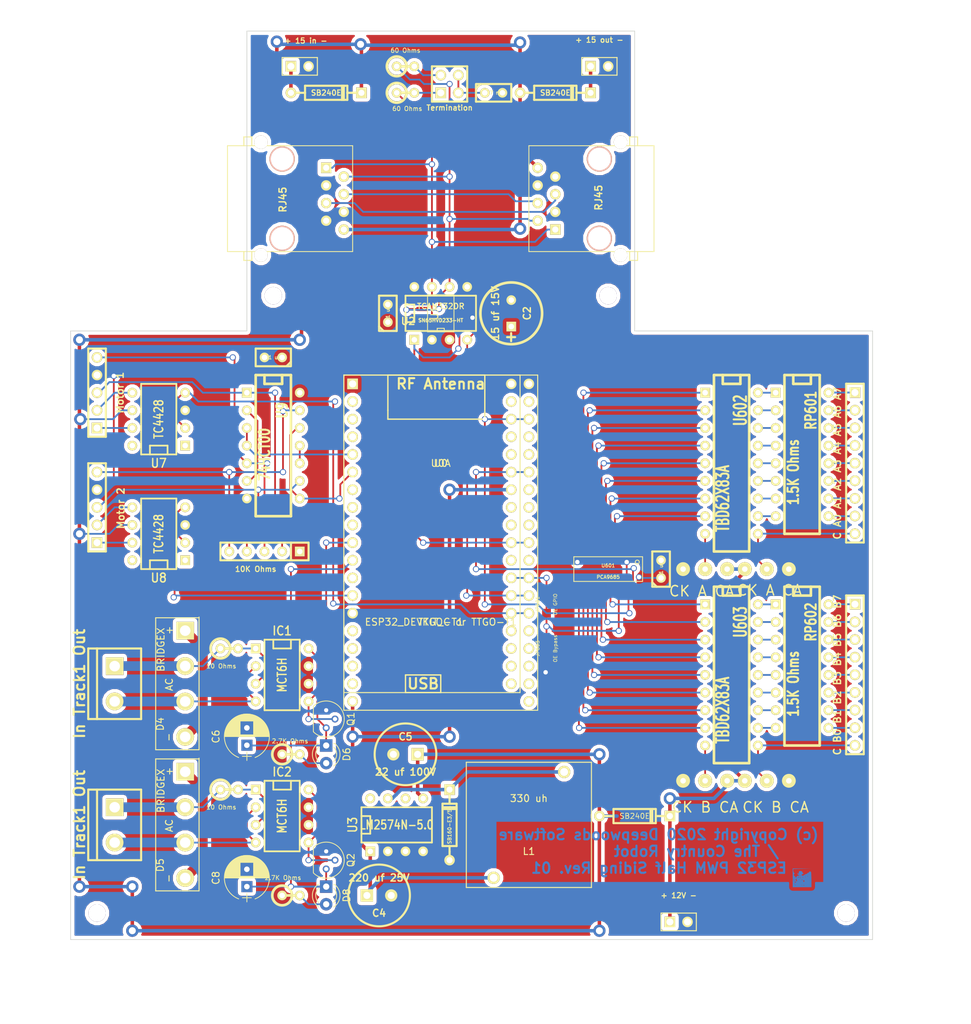
<source format=kicad_pcb>
(kicad_pcb (version 4) (host pcbnew 4.0.7+dfsg1-1ubuntu2)
  (layers (0 F.Cu signal) (31 B.Cu signal) (34 B.Paste user) (35 F.Paste user) (36 B.SilkS user) (37 F.SilkS user hide) (38 B.Mask user) (39 F.Mask user) (44 Edge.Cuts user))
  (net 0 "")
  (net 1 +12V)
  (net 2 +5V)
  (net 3 "/CAN Transceiver/CANH")
  (net 4 "/CAN Transceiver/CANL")
  (net 5 "/Motor 1")
  (net 6 "/Motor 2")
  (net 7 /Motor1A)
  (net 8 /Motor1B)
  (net 9 /Motor2A)
  (net 10 /Motor2B)
  (net 11 "/Sense 1")
  (net 12 "/Sense 2")
  (net 13 /Sense1A)
  (net 14 /Sense1B)
  (net 15 /Sense2A)
  (net 16 /Sense2B)
  (net 17 3V3)
  (net 18 "CAN +12V")
  (net 19 GND)
  (net 20 "Net-(C3-Pad1)")
  (net 21 "Net-(D1-Pad1)")
  (net 22 "Net-(D2-Pad2)")
  (net 23 "Net-(D3-Pad2)")
  (net 24 "Net-(D4-Pad1)")
  (net 25 "Net-(D4-Pad2)")
  (net 26 "Net-(D4-Pad3)")
  (net 27 "Net-(D5-Pad1)")
  (net 28 "Net-(D5-Pad2)")
  (net 29 "Net-(D5-Pad3)")
  (net 30 "Net-(IC1-Pad1)")
  (net 31 "Net-(IC1-Pad5)")
  (net 32 "Net-(IC2-Pad1)")
  (net 33 "Net-(IC2-Pad5)")
  (net 34 "Net-(J1-Pad4)")
  (net 35 "Net-(J1-Pad5)")
  (net 36 "Net-(JP1-Pad1)")
  (net 37 "Net-(JP1-Pad2)")
  (net 38 /OE)
  (net 39 "Net-(JP601-Pad2)")
  (net 40 "Net-(JP604-Pad2)")
  (net 41 "Net-(JP605-Pad2)")
  (net 42 "Net-(JP606-Pad2)")
  (net 43 "Net-(JP607-Pad2)")
  (net 44 "Net-(P601-Pad1)")
  (net 45 "Net-(P601-Pad2)")
  (net 46 "Net-(P601-Pad3)")
  (net 47 "Net-(P601-Pad4)")
  (net 48 "Net-(P601-Pad5)")
  (net 49 "Net-(P601-Pad6)")
  (net 50 "Net-(P601-Pad7)")
  (net 51 "Net-(P601-Pad8)")
  (net 52 "Net-(P602-Pad1)")
  (net 53 "Net-(P602-Pad2)")
  (net 54 "Net-(P602-Pad3)")
  (net 55 "Net-(P602-Pad4)")
  (net 56 "Net-(P602-Pad5)")
  (net 57 "Net-(P602-Pad6)")
  (net 58 "Net-(P602-Pad7)")
  (net 59 "Net-(P602-Pad8)")
  (net 60 /OD1)
  (net 61 /OD2)
  (net 62 "Net-(D6-Pad2)")
  (net 63 "Net-(D8-Pad2)")
  (net 64 "Net-(RP601-Pad1)")
  (net 65 "Net-(RP601-Pad2)")
  (net 66 "Net-(RP601-Pad3)")
  (net 67 "Net-(RP601-Pad4)")
  (net 68 "Net-(RP601-Pad5)")
  (net 69 "Net-(RP601-Pad6)")
  (net 70 "Net-(RP601-Pad7)")
  (net 71 "Net-(RP601-Pad8)")
  (net 72 "Net-(RP602-Pad1)")
  (net 73 "Net-(RP602-Pad2)")
  (net 74 "Net-(RP602-Pad3)")
  (net 75 "Net-(RP602-Pad4)")
  (net 76 "Net-(RP602-Pad5)")
  (net 77 "Net-(RP602-Pad6)")
  (net 78 "Net-(RP602-Pad7)")
  (net 79 "Net-(RP602-Pad8)")
  (net 80 "Net-(U0-Pad2)")
  (net 81 "Net-(U0-Pad3)")
  (net 82 "Net-(U0-Pad4)")
  (net 83 "Net-(U0-Pad7)")
  (net 84 "Net-(U0-Pad8)")
  (net 85 "Net-(U0-Pad9)")
  (net 86 /CLK)
  (net 87 "Net-(U0-Pad15)")
  (net 88 "Net-(U0-Pad16)")
  (net 89 "Net-(U0-Pad17)")
  (net 90 "Net-(U0-Pad18)")
  (net 91 "Net-(U0-Pad20)")
  (net 92 "Net-(U0-Pad21)")
  (net 93 "Net-(U0-Pad22)")
  (net 94 /MOSI)
  (net 95 /MISO)
  (net 96 /CAN_RX)
  (net 97 "Net-(U0-Pad28)")
  (net 98 /CAN_TX)
  (net 99 "Net-(U0-Pad30)")
  (net 100 "Net-(U0-Pad31)")
  (net 101 "Net-(U0-Pad32)")
  (net 102 /SDA)
  (net 103 "Net-(U0-Pad34)")
  (net 104 "Net-(U0-Pad35)")
  (net 105 /SCL)
  (net 106 "Net-(U0-Pad37)")
  (net 107 "Net-(U1-Pad8)")
  (net 108 "Net-(U1-Pad5)")
  (net 109 "Net-(U9-Pad2)")
  (net 110 "Net-(U9-Pad10)")
  (net 111 "Net-(U601-Pad7)")
  (net 112 "Net-(U601-Pad8)")
  (net 113 "Net-(U601-Pad9)")
  (net 114 "Net-(U601-Pad10)")
  (net 115 "Net-(U601-Pad6)")
  (net 116 "Net-(U601-Pad18)")
  (net 117 "Net-(U601-Pad19)")
  (net 118 "Net-(U601-Pad20)")
  (net 119 "Net-(U601-Pad21)")
  (net 120 "Net-(U601-Pad22)")
  (net 121 "Net-(U601-Pad11)")
  (net 122 "Net-(U601-Pad12)")
  (net 123 "Net-(U601-Pad17)")
  (net 124 "Net-(U601-Pad13)")
  (net 125 "Net-(U601-Pad16)")
  (net 126 "Net-(U601-Pad15)")
  (module ESP32-Devkit-C (layer F.Cu) (at 137.16 90.17)
    (fp_text reference U0 (at 0 -11.43) (layer F.SilkS))
    (fp_text value "ESP32_DEVKIT_C or TTGO-T1" (at 0 11.43) (layer F.SilkS))
    (pad 1 thru_hole rect (at -12.7 -22.86) (size 1.524 1.524) (drill 1.016) (layers *.Cu *.Mask F.SilkS) (net 17 3V3))
    (pad 2 thru_hole circle (at -12.7 -20.32) (size 1.524 1.524) (drill 1.016) (layers *.Cu *.Mask F.SilkS) (net 80 "Net-(U0-Pad2)"))
    (pad 3 thru_hole circle (at -12.7 -17.78) (size 1.524 1.524) (drill 1.016) (layers *.Cu *.Mask F.SilkS) (net 81 "Net-(U0-Pad3)"))
    (pad 4 thru_hole circle (at -12.7 -15.24) (size 1.524 1.524) (drill 1.016) (layers *.Cu *.Mask F.SilkS) (net 82 "Net-(U0-Pad4)"))
    (pad 5 thru_hole circle (at -12.7 -12.7) (size 1.524 1.524) (drill 1.016) (layers *.Cu *.Mask F.SilkS) (net 11 "/Sense 1"))
    (pad 6 thru_hole circle (at -12.7 -10.16) (size 1.524 1.524) (drill 1.016) (layers *.Cu *.Mask F.SilkS) (net 12 "/Sense 2"))
    (pad 7 thru_hole circle (at -12.7 -7.62) (size 1.524 1.524) (drill 1.016) (layers *.Cu *.Mask F.SilkS) (net 83 "Net-(U0-Pad7)"))
    (pad 8 thru_hole circle (at -12.7 -5.08) (size 1.524 1.524) (drill 1.016) (layers *.Cu *.Mask F.SilkS) (net 84 "Net-(U0-Pad8)"))
    (pad 9 thru_hole circle (at -12.7 -2.54) (size 1.524 1.524) (drill 1.016) (layers *.Cu *.Mask F.SilkS) (net 85 "Net-(U0-Pad9)"))
    (pad 10 thru_hole circle (at -12.7 0) (size 1.524 1.524) (drill 1.016) (layers *.Cu *.Mask F.SilkS) (net 60 /OD1))
    (pad 11 thru_hole circle (at -12.7 2.54) (size 1.524 1.524) (drill 1.016) (layers *.Cu *.Mask F.SilkS) (net 61 /OD2))
    (pad 12 thru_hole circle (at -12.7 5.08) (size 1.524 1.524) (drill 1.016) (layers *.Cu *.Mask F.SilkS) (net 86 /CLK))
    (pad 13 thru_hole circle (at -12.7 7.62) (size 1.524 1.524) (drill 1.016) (layers *.Cu *.Mask F.SilkS) (net 6 "/Motor 2"))
    (pad 14 thru_hole circle (at -12.7 10.16) (size 1.524 1.524) (drill 1.016) (layers *.Cu *.Mask F.SilkS) (net 19 GND))
    (pad 15 thru_hole circle (at -12.7 12.7) (size 1.524 1.524) (drill 1.016) (layers *.Cu *.Mask F.SilkS) (net 87 "Net-(U0-Pad15)"))
    (pad 16 thru_hole circle (at -12.7 15.24) (size 1.524 1.524) (drill 1.016) (layers *.Cu *.Mask F.SilkS) (net 88 "Net-(U0-Pad16)"))
    (pad 17 thru_hole circle (at -12.7 17.78) (size 1.524 1.524) (drill 1.016) (layers *.Cu *.Mask F.SilkS) (net 89 "Net-(U0-Pad17)"))
    (pad 18 thru_hole circle (at -12.7 20.32) (size 1.524 1.524) (drill 1.016) (layers *.Cu *.Mask F.SilkS) (net 90 "Net-(U0-Pad18)"))
    (pad 19 thru_hole circle (at -12.7 22.86) (size 1.524 1.524) (drill 1.016) (layers *.Cu *.Mask F.SilkS) (net 2 +5V))
    (pad 20 thru_hole circle (at 12.7 22.86) (size 1.524 1.524) (drill 1.016) (layers *.Cu *.Mask F.SilkS) (net 91 "Net-(U0-Pad20)"))
    (pad 21 thru_hole circle (at 12.7 20.32) (size 1.524 1.524) (drill 1.016) (layers *.Cu *.Mask F.SilkS) (net 92 "Net-(U0-Pad21)"))
    (pad 22 thru_hole circle (at 12.7 17.78) (size 1.524 1.524) (drill 1.016) (layers *.Cu *.Mask F.SilkS) (net 93 "Net-(U0-Pad22)"))
    (pad 23 thru_hole circle (at 12.7 15.24) (size 1.524 1.524) (drill 1.016) (layers *.Cu *.Mask F.SilkS) (net 94 /MOSI))
    (pad 24 thru_hole circle (at 12.7 12.7) (size 1.524 1.524) (drill 1.016) (layers *.Cu *.Mask F.SilkS) (net 95 /MISO))
    (pad 25 thru_hole circle (at 12.7 10.16) (size 1.524 1.524) (drill 1.016) (layers *.Cu *.Mask F.SilkS) (net 5 "/Motor 1"))
    (pad 26 thru_hole circle (at 12.7 7.62) (size 1.524 1.524) (drill 1.016) (layers *.Cu *.Mask F.SilkS) (net 96 /CAN_RX))
    (pad 27 thru_hole circle (at 12.7 5.08) (size 1.524 1.524) (drill 1.016) (layers *.Cu *.Mask F.SilkS) (net 38 /OE))
    (pad 28 thru_hole circle (at 12.7 2.54) (size 1.524 1.524) (drill 1.016) (layers *.Cu *.Mask F.SilkS) (net 97 "Net-(U0-Pad28)"))
    (pad 29 thru_hole circle (at 12.7 0) (size 1.524 1.524) (drill 1.016) (layers *.Cu *.Mask F.SilkS) (net 98 /CAN_TX))
    (pad 30 thru_hole circle (at 12.7 -2.54) (size 1.524 1.524) (drill 1.016) (layers *.Cu *.Mask F.SilkS) (net 99 "Net-(U0-Pad30)"))
    (pad 31 thru_hole circle (at 12.7 -5.08) (size 1.524 1.524) (drill 1.016) (layers *.Cu *.Mask F.SilkS) (net 100 "Net-(U0-Pad31)"))
    (pad 32 thru_hole circle (at 12.7 -7.62) (size 1.524 1.524) (drill 1.016) (layers *.Cu *.Mask F.SilkS) (net 101 "Net-(U0-Pad32)"))
    (pad 33 thru_hole circle (at 12.7 -10.16) (size 1.524 1.524) (drill 1.016) (layers *.Cu *.Mask F.SilkS) (net 102 /SDA))
    (pad 34 thru_hole circle (at 12.7 -12.7) (size 1.524 1.524) (drill 1.016) (layers *.Cu *.Mask F.SilkS) (net 103 "Net-(U0-Pad34)"))
    (pad 35 thru_hole circle (at 12.7 -15.24) (size 1.524 1.524) (drill 1.016) (layers *.Cu *.Mask F.SilkS) (net 104 "Net-(U0-Pad35)"))
    (pad 36 thru_hole circle (at 12.7 -17.78) (size 1.524 1.524) (drill 1.016) (layers *.Cu *.Mask F.SilkS) (net 105 /SCL))
    (pad 37 thru_hole circle (at 12.7 -20.32) (size 1.524 1.524) (drill 1.016) (layers *.Cu *.Mask F.SilkS) (net 106 "Net-(U0-Pad37)"))
    (pad 38 thru_hole circle (at 12.7 -22.86) (size 1.524 1.524) (drill 1.016) (layers *.Cu *.Mask F.SilkS) (net 19 GND))
  )
  (module SOIC-8_N (layer F.Cu) (at 137.16 57.15 90)
    (fp_text reference U1 (at 0 -0.889 90) (layer F.SilkS))
    (fp_text value TCAN332DR (at 1.016 0 180) (layer F.SilkS) (effects (font (size 0.8 0.8))))
    (pad 8 smd rect (at -1.875 -2.7 90) (size 0.6 1.6) (layers F.Cu F.Paste F.Mask) (net 107 "Net-(U1-Pad8)"))
    (pad 1 smd rect (at -1.875 2.7 90) (size 0.6 1.6) (layers F.Cu F.Paste F.Mask) (net 98 /CAN_TX))
    (pad 7 smd rect (at -0.625 -2.7 90) (size 0.6 1.6) (layers F.Cu F.Paste F.Mask) (net 3 "/CAN Transceiver/CANH"))
    (pad 6 smd rect (at 0.625 -2.7 90) (size 0.6 1.6) (layers F.Cu F.Paste F.Mask) (net 4 "/CAN Transceiver/CANL"))
    (pad 5 smd rect (at 1.875 -2.7 90) (size 0.6 1.6) (layers F.Cu F.Paste F.Mask) (net 108 "Net-(U1-Pad5)"))
    (pad 2 smd rect (at -0.625 2.7 90) (size 0.6 1.6) (layers F.Cu F.Paste F.Mask) (net 19 GND))
    (pad 3 smd rect (at 0.625 2.7 90) (size 0.6 1.6) (layers F.Cu F.Paste F.Mask) (net 17 3V3))
    (pad 4 smd rect (at 1.875 2.7 90) (size 0.6 1.6) (layers F.Cu F.Paste F.Mask) (net 96 /CAN_RX))
  )
  (module ScrewTerm2.54-2 (layer F.Cu) (at 116.84 21.59)
    (fp_text reference T1 hide)
    (fp_text value "+ 15 in -" (at 0.889 -3.683) (layer F.SilkS) (effects (font (size 0.762 0.762) (thickness 0.1524))))
    (pad 1 thru_hole rect (at -1.27 0 90) (size 1.524 1.524) (drill 1.016) (layers *.Cu *.Mask F.SilkS) (net 21 "Net-(D1-Pad1)"))
    (pad 2 thru_hole circle (at 1.27 0 90) (size 1.524 1.524) (drill 1.016) (layers *.Cu *.Mask F.SilkS) (net 19 GND))
  )
  (module ScrewTerm2.54-2 (layer F.Cu) (at 160.02 21.59)
    (fp_text reference T2 hide)
    (fp_text value "+ 15 out -" (at 0 -3.81) (layer F.SilkS) (effects (font (size 0.762 0.762) (thickness 0.1524))))
    (pad 1 thru_hole rect (at -1.27 0 90) (size 1.524 1.524) (drill 1.016) (layers *.Cu *.Mask F.SilkS) (net 22 "Net-(D2-Pad2)"))
    (pad 2 thru_hole circle (at 1.27 0 90) (size 1.524 1.524) (drill 1.016) (layers *.Cu *.Mask F.SilkS) (net 19 GND))
  )
  (module RJ45_8N-S (layer F.Cu) (at 114.3 40.64 270)
    (fp_text reference J1 hide)
    (fp_text value RJ45 (at 0.14224 -0.1016 270) (layer F.SilkS) (effects (font (size 1.00076 1.00076) (thickness 0.2032))))
    (pad "" np_thru_hole circle (at 5.715 0 270) (size 3.64998 3.64998) (drill 3.2512) (layers *.Cu *.SilkS *.Mask))
    (pad "" np_thru_hole circle (at -5.715 0 270) (size 3.64998 3.64998) (drill 3.2512) (layers *.Cu *.SilkS *.Mask))
    (pad 1 thru_hole rect (at -4.445 -6.35 270) (size 1.50114 1.50114) (drill 0.89916) (layers *.Cu *.Mask F.SilkS) (net 3 "/CAN Transceiver/CANH"))
    (pad 2 thru_hole circle (at -3.175 -8.89 270) (size 1.50114 1.50114) (drill 0.89916) (layers *.Cu *.Mask F.SilkS) (net 4 "/CAN Transceiver/CANL"))
    (pad 3 thru_hole circle (at -1.905 -6.35 270) (size 1.50114 1.50114) (drill 0.89916) (layers *.Cu *.Mask F.SilkS) (net 19 GND))
    (pad 4 thru_hole circle (at -0.635 -8.89 270) (size 1.50114 1.50114) (drill 0.89916) (layers *.Cu *.Mask F.SilkS) (net 34 "Net-(J1-Pad4)"))
    (pad 5 thru_hole circle (at 0.635 -6.35 270) (size 1.50114 1.50114) (drill 0.89916) (layers *.Cu *.Mask F.SilkS) (net 35 "Net-(J1-Pad5)"))
    (pad 6 thru_hole circle (at 1.905 -8.89 270) (size 1.50114 1.50114) (drill 0.89916) (layers *.Cu *.Mask F.SilkS) (net 19 GND))
    (pad 7 thru_hole circle (at 3.175 -6.35 270) (size 1.50114 1.50114) (drill 0.89916) (layers *.Cu *.Mask F.SilkS) (net 19 GND))
    (pad 8 thru_hole circle (at 4.445 -8.89 270) (size 1.50114 1.50114) (drill 0.89916) (layers *.Cu *.Mask F.SilkS) (net 18 "CAN +12V"))
    (pad "" thru_hole circle (at -8.128 3.048 270) (size 1.9304 1.9304) (drill 1.9304) (layers *.Cu *.Mask F.SilkS))
    (pad "" thru_hole circle (at 8.128 3.048 270) (size 1.9304 1.9304) (drill 1.9304) (layers *.Cu *.Mask F.SilkS))
  )
  (module RJ45_8N-S (layer F.Cu) (at 160.02 40.64 90)
    (fp_text reference J2 hide)
    (fp_text value RJ45 (at 0.14224 -0.1016 90) (layer F.SilkS) (effects (font (size 1.00076 1.00076) (thickness 0.2032))))
    (pad "" np_thru_hole circle (at 5.715 0 90) (size 3.64998 3.64998) (drill 3.2512) (layers *.Cu *.SilkS *.Mask))
    (pad "" np_thru_hole circle (at -5.715 0 90) (size 3.64998 3.64998) (drill 3.2512) (layers *.Cu *.SilkS *.Mask))
    (pad 1 thru_hole rect (at -4.445 -6.35 90) (size 1.50114 1.50114) (drill 0.89916) (layers *.Cu *.Mask F.SilkS) (net 3 "/CAN Transceiver/CANH"))
    (pad 2 thru_hole circle (at -3.175 -8.89 90) (size 1.50114 1.50114) (drill 0.89916) (layers *.Cu *.Mask F.SilkS) (net 4 "/CAN Transceiver/CANL"))
    (pad 3 thru_hole circle (at -1.905 -6.35 90) (size 1.50114 1.50114) (drill 0.89916) (layers *.Cu *.Mask F.SilkS) (net 19 GND))
    (pad 4 thru_hole circle (at -0.635 -8.89 90) (size 1.50114 1.50114) (drill 0.89916) (layers *.Cu *.Mask F.SilkS) (net 34 "Net-(J1-Pad4)"))
    (pad 5 thru_hole circle (at 0.635 -6.35 90) (size 1.50114 1.50114) (drill 0.89916) (layers *.Cu *.Mask F.SilkS) (net 35 "Net-(J1-Pad5)"))
    (pad 6 thru_hole circle (at 1.905 -8.89 90) (size 1.50114 1.50114) (drill 0.89916) (layers *.Cu *.Mask F.SilkS) (net 19 GND))
    (pad 7 thru_hole circle (at 3.175 -6.35 90) (size 1.50114 1.50114) (drill 0.89916) (layers *.Cu *.Mask F.SilkS) (net 19 GND))
    (pad 8 thru_hole circle (at 4.445 -8.89 90) (size 1.50114 1.50114) (drill 0.89916) (layers *.Cu *.Mask F.SilkS) (net 18 "CAN +12V"))
    (pad "" thru_hole circle (at -8.128 3.048 90) (size 1.9304 1.9304) (drill 1.9304) (layers *.Cu *.Mask F.SilkS))
    (pad "" thru_hole circle (at 8.128 3.048 90) (size 1.9304 1.9304) (drill 1.9304) (layers *.Cu *.Mask F.SilkS))
  )
  (module R1 (layer F.Cu) (at 132.08 21.59)
    (fp_text reference R2 hide)
    (fp_text value "60 Ohms" (at 0 -2.286) (layer F.SilkS) (effects (font (size 0.635 0.635) (thickness 0.1016))))
    (pad 1 thru_hole circle (at -1.27 0) (size 1.397 1.397) (drill 0.8128) (layers *.Cu *.Mask F.SilkS) (net 4 "/CAN Transceiver/CANL"))
    (pad 2 thru_hole circle (at 1.27 0) (size 1.397 1.397) (drill 0.8128) (layers *.Cu *.Mask F.SilkS) (net 37 "Net-(JP1-Pad2)"))
  )
  (module R1 (layer F.Cu) (at 132.08 25.4)
    (fp_text reference R1 hide)
    (fp_text value "60 Ohms" (at 0.254 2.286) (layer F.SilkS) (effects (font (size 0.635 0.635) (thickness 0.1016))))
    (pad 1 thru_hole circle (at -1.27 0) (size 1.397 1.397) (drill 0.8128) (layers *.Cu *.Mask F.SilkS) (net 3 "/CAN Transceiver/CANH"))
    (pad 2 thru_hole circle (at 1.27 0) (size 1.397 1.397) (drill 0.8128) (layers *.Cu *.Mask F.SilkS) (net 36 "Net-(JP1-Pad1)"))
  )
  (module PIN_ARRAY_2X2 (layer F.Cu) (at 138.43 24.13)
    (fp_text reference JP1 hide)
    (fp_text value Termination (at 0 3.429) (layer F.SilkS) (effects (font (size 0.762 0.762) (thickness 0.1524))))
    (pad 1 thru_hole rect (at -1.27 1.27) (size 1.524 1.524) (drill 1.016) (layers *.Cu *.Mask F.SilkS) (net 36 "Net-(JP1-Pad1)"))
    (pad 2 thru_hole circle (at -1.27 -1.27) (size 1.524 1.524) (drill 1.016) (layers *.Cu *.Mask F.SilkS) (net 37 "Net-(JP1-Pad2)"))
    (pad 3 thru_hole circle (at 1.27 1.27) (size 1.524 1.524) (drill 1.016) (layers *.Cu *.Mask F.SilkS) (net 20 "Net-(C3-Pad1)"))
    (pad 4 thru_hole circle (at 1.27 -1.27) (size 1.524 1.524) (drill 1.016) (layers *.Cu *.Mask F.SilkS) (net 20 "Net-(C3-Pad1)"))
  )
  (module PE-LowProfile (layer F.Cu) (at 149.86 130.81 180)
    (fp_text reference L1 (at 0 -3.81 180) (layer F.SilkS))
    (fp_text value "330 uh" (at 0 3.81 180) (layer F.SilkS))
    (pad 1 thru_hole circle (at 5.08 -7.62 180) (size 1.78 1.78) (drill 1.14) (layers *.Cu *.Mask F.SilkS) (net 2 +5V))
    (pad 2 thru_hole circle (at -5.08 7.62 180) (size 1.78 1.78) (drill 1.14) (layers *.Cu *.Mask F.SilkS) (net 23 "Net-(D3-Pad2)"))
  )
  (module DO-41 (layer F.Cu) (at 138.43 130.81 90)
    (fp_text reference D3 hide)
    (fp_text value SB160-E3/54 (at 0 0 90) (layer F.SilkS) (effects (font (size 0.508 0.508) (thickness 0.1016))))
    (pad 2 thru_hole rect (at 5.08 0 90) (size 1.524 1.524) (drill 0.889) (layers *.Cu *.Mask F.SilkS) (net 23 "Net-(D3-Pad2)"))
    (pad 1 thru_hole circle (at -5.08 0 90) (size 1.524 1.524) (drill 0.889) (layers *.Cu *.Mask F.SilkS) (net 19 GND))
  )
  (module DIP-8__300 (layer F.Cu) (at 137.16 57.15)
    (fp_text reference U2 (at -4.699 1.143) (layer F.SilkS) (effects (font (size 1.016 1.016) (thickness 0.2032))))
    (fp_text value SN65HVD233-HT (at 0 1.016) (layer F.SilkS) (effects (font (size 0.508 0.508) (thickness 0.127))))
    (pad 1 thru_hole rect (at -3.81 3.81) (size 1.397 1.397) (drill 0.8128) (layers *.Cu *.Mask F.SilkS) (net 98 /CAN_TX))
    (pad 2 thru_hole circle (at -1.27 3.81) (size 1.397 1.397) (drill 0.8128) (layers *.Cu *.Mask F.SilkS) (net 19 GND))
    (pad 3 thru_hole circle (at 1.27 3.81) (size 1.397 1.397) (drill 0.8128) (layers *.Cu *.Mask F.SilkS) (net 17 3V3))
    (pad 4 thru_hole circle (at 3.81 3.81) (size 1.397 1.397) (drill 0.8128) (layers *.Cu *.Mask F.SilkS) (net 96 /CAN_RX))
    (pad 5 thru_hole circle (at 3.81 -3.81) (size 1.397 1.397) (drill 0.8128) (layers *.Cu *.Mask F.SilkS) (net 19 GND))
    (pad 6 thru_hole circle (at 1.27 -3.81) (size 1.397 1.397) (drill 0.8128) (layers *.Cu *.Mask F.SilkS) (net 4 "/CAN Transceiver/CANL"))
    (pad 7 thru_hole circle (at -1.27 -3.81) (size 1.397 1.397) (drill 0.8128) (layers *.Cu *.Mask F.SilkS) (net 3 "/CAN Transceiver/CANH"))
    (pad 8 thru_hole circle (at -3.81 -3.81) (size 1.397 1.397) (drill 0.8128) (layers *.Cu *.Mask F.SilkS) (net 19 GND))
  )
  (module DIP-8__300 (layer F.Cu) (at 130.81 130.81)
    (fp_text reference U3 (at -6.35 0 90) (layer F.SilkS) (effects (font (size 1.27 1.143) (thickness 0.2032))))
    (fp_text value LM2574N-5.0 (at 0 0) (layer F.SilkS) (effects (font (size 1.27 1.016) (thickness 0.2032))))
    (pad 1 thru_hole rect (at -3.81 3.81) (size 1.397 1.397) (drill 0.8128) (layers *.Cu *.Mask F.SilkS) (net 2 +5V))
    (pad 2 thru_hole circle (at -1.27 3.81) (size 1.397 1.397) (drill 0.8128) (layers *.Cu *.Mask F.SilkS) (net 19 GND))
    (pad 3 thru_hole circle (at 1.27 3.81) (size 1.397 1.397) (drill 0.8128) (layers *.Cu *.Mask F.SilkS) (net 19 GND))
    (pad 4 thru_hole circle (at 3.81 3.81) (size 1.397 1.397) (drill 0.8128) (layers *.Cu *.Mask F.SilkS) (net 19 GND))
    (pad 5 thru_hole circle (at 3.81 -3.81) (size 1.397 1.397) (drill 0.8128) (layers *.Cu *.Mask F.SilkS) (net 18 "CAN +12V"))
    (pad 6 thru_hole circle (at 1.27 -3.81) (size 1.397 1.397) (drill 0.8128) (layers *.Cu *.Mask F.SilkS))
    (pad 7 thru_hole circle (at -1.27 -3.81) (size 1.397 1.397) (drill 0.8128) (layers *.Cu *.Mask F.SilkS) (net 23 "Net-(D3-Pad2)"))
    (pad 8 thru_hole circle (at -3.81 -3.81) (size 1.397 1.397) (drill 0.8128) (layers *.Cu *.Mask F.SilkS))
  )
  (module C1.5V8V (layer F.Cu) (at 147.32 57.15 90)
    (fp_text reference C2 (at 0 2.286 90) (layer F.SilkS) (effects (font (size 1.016 1.016) (thickness 0.2032))))
    (fp_text value "15 uf 15V" (at 0 -2.286 90) (layer F.SilkS) (effects (font (size 1.016 1.016) (thickness 0.2032))))
    (fp_text user + (at -3.429 -0.127 90) (layer F.SilkS) (effects (font (thickness 0.3048))))
    (pad 1 thru_hole rect (at -1.905 0 90) (size 1.397 1.397) (drill 0.8128) (layers *.Cu *.Mask F.SilkS) (net 17 3V3))
    (pad 2 thru_hole circle (at 1.905 0 90) (size 1.397 1.397) (drill 0.8128) (layers *.Cu *.Mask F.SilkS) (net 19 GND))
  )
  (module C1-3V8 (layer F.Cu) (at 132.08 120.65 180)
    (fp_text reference C5 (at 0 2.54 180) (layer F.SilkS) (effects (font (size 1.016 1.016) (thickness 0.2032))))
    (fp_text value "22 uf 100V" (at 0 -2.54 180) (layer F.SilkS) (effects (font (size 1.016 1.016) (thickness 0.2032))))
    (pad 1 thru_hole rect (at -1.75 0 180) (size 1.778 1.778) (drill 1.016) (layers *.Cu *.Mask F.SilkS) (net 18 "CAN +12V"))
    (pad 2 thru_hole circle (at 1.75 0 180) (size 1.778 1.778) (drill 1.016) (layers *.Cu *.Mask F.SilkS) (net 19 GND))
  )
  (module C1-3V8 (layer F.Cu) (at 128.27 140.97)
    (fp_text reference C4 (at 0 2.54) (layer F.SilkS) (effects (font (size 1.016 1.016) (thickness 0.2032))))
    (fp_text value "220 uf 25V" (at 0 -2.54) (layer F.SilkS) (effects (font (size 1.016 1.016) (thickness 0.2032))))
    (pad 1 thru_hole rect (at -1.75 0) (size 1.778 1.778) (drill 1.016) (layers *.Cu *.Mask F.SilkS) (net 2 +5V))
    (pad 2 thru_hole circle (at 1.75 0) (size 1.778 1.778) (drill 1.016) (layers *.Cu *.Mask F.SilkS) (net 19 GND))
  )
  (module C1 (layer F.Cu) (at 144.78 25.4)
    (fp_text reference C3 hide)
    (fp_text value "47 nf" (at 0 0) (layer F.SilkS) (effects (font (size 0.508 0.508) (thickness 0.1016))))
    (pad 1 thru_hole circle (at -1.27 0) (size 1.397 1.397) (drill 0.8128) (layers *.Cu *.Mask F.SilkS) (net 20 "Net-(C3-Pad1)"))
    (pad 2 thru_hole circle (at 1.27 0) (size 1.397 1.397) (drill 0.8128) (layers *.Cu *.Mask F.SilkS) (net 19 GND))
  )
  (module C1 (layer F.Cu) (at 129.54 57.15 90)
    (fp_text reference C1 hide)
    (fp_text value ".1 uf" (at 0 0 90) (layer F.SilkS) (effects (font (size 0.508 0.508) (thickness 0.1016))))
    (pad 1 thru_hole circle (at -1.27 0 90) (size 1.397 1.397) (drill 0.8128) (layers *.Cu *.Mask F.SilkS) (net 17 3V3))
    (pad 2 thru_hole circle (at 1.27 0 90) (size 1.397 1.397) (drill 0.8128) (layers *.Cu *.Mask F.SilkS) (net 19 GND))
  )
  (module MountingHole_2-5mm_RevA_Date21Jun2010 (layer F.Cu) (at 113.03 54.61)
    (fp_text reference MH hide)
    (fp_text value MountingHole_2-5mm_RevA_Date21Jun2010 hide)
    (pad 1 thru_hole circle (at 0 0) (size 2.49936 2.49936) (drill 2.49936) (layers))
  )
  (module MountingHole_2-5mm_RevA_Date21Jun2010 (layer F.Cu) (at 161.29 54.61)
    (fp_text reference MH hide)
    (fp_text value MountingHole_2-5mm_RevA_Date21Jun2010 hide)
    (pad 1 thru_hole circle (at 0 0) (size 2.49936 2.49936) (drill 2.49936) (layers))
  )
  (module MountingHole_2-5mm_RevA_Date21Jun2010 (layer F.Cu) (at 87.63 143.51)
    (fp_text reference MH hide)
    (fp_text value MountingHole_2-5mm_RevA_Date21Jun2010 hide)
    (pad 1 thru_hole circle (at 0 0) (size 2.49936 2.49936) (drill 2.49936) (layers))
  )
  (module MountingHole_2-5mm_RevA_Date21Jun2010 (layer F.Cu) (at 195.58 143.51)
    (fp_text reference MH hide)
    (fp_text value MountingHole_2-5mm_RevA_Date21Jun2010 hide)
    (pad 1 thru_hole circle (at 0 0) (size 2.49936 2.49936) (drill 2.49936) (layers))
  )
  (module TIGO-T1 (layer F.Cu) (at 137.16 90.17)
    (fp_text reference U0A (at 0 -11.43) (layer F.SilkS))
    (fp_text value TTGO-T1 (at 0 11.43) (layer F.SilkS))
    (pad 1 thru_hole rect (at -12.7 -22.86) (size 1.524 1.524) (drill 1.016) (layers *.Cu *.Mask F.SilkS) (net 17 3V3))
    (pad 2 thru_hole circle (at -12.7 -20.32) (size 1.524 1.524) (drill 1.016) (layers *.Cu *.Mask F.SilkS) (net 80 "Net-(U0-Pad2)"))
    (pad 3 thru_hole circle (at -12.7 -17.78) (size 1.524 1.524) (drill 1.016) (layers *.Cu *.Mask F.SilkS) (net 81 "Net-(U0-Pad3)"))
    (pad 4 thru_hole circle (at -12.7 -15.24) (size 1.524 1.524) (drill 1.016) (layers *.Cu *.Mask F.SilkS) (net 82 "Net-(U0-Pad4)"))
    (pad 5 thru_hole circle (at -12.7 -12.7) (size 1.524 1.524) (drill 1.016) (layers *.Cu *.Mask F.SilkS) (net 11 "/Sense 1"))
    (pad 6 thru_hole circle (at -12.7 -10.16) (size 1.524 1.524) (drill 1.016) (layers *.Cu *.Mask F.SilkS) (net 12 "/Sense 2"))
    (pad 7 thru_hole circle (at -12.7 -7.62) (size 1.524 1.524) (drill 1.016) (layers *.Cu *.Mask F.SilkS) (net 83 "Net-(U0-Pad7)"))
    (pad 8 thru_hole circle (at -12.7 -5.08) (size 1.524 1.524) (drill 1.016) (layers *.Cu *.Mask F.SilkS) (net 84 "Net-(U0-Pad8)"))
    (pad 9 thru_hole circle (at -12.7 -2.54) (size 1.524 1.524) (drill 1.016) (layers *.Cu *.Mask F.SilkS) (net 85 "Net-(U0-Pad9)"))
    (pad 10 thru_hole circle (at -12.7 0) (size 1.524 1.524) (drill 1.016) (layers *.Cu *.Mask F.SilkS) (net 60 /OD1))
    (pad 11 thru_hole circle (at -12.7 2.54) (size 1.524 1.524) (drill 1.016) (layers *.Cu *.Mask F.SilkS) (net 61 /OD2))
    (pad 12 thru_hole circle (at -12.7 5.08) (size 1.524 1.524) (drill 1.016) (layers *.Cu *.Mask F.SilkS) (net 86 /CLK))
    (pad 13 thru_hole circle (at -12.7 7.62) (size 1.524 1.524) (drill 1.016) (layers *.Cu *.Mask F.SilkS) (net 6 "/Motor 2"))
    (pad 14 thru_hole circle (at -12.7 10.16) (size 1.524 1.524) (drill 1.016) (layers *.Cu *.Mask F.SilkS) (net 19 GND))
    (pad 15 thru_hole circle (at -12.7 12.7) (size 1.524 1.524) (drill 1.016) (layers *.Cu *.Mask F.SilkS) (net 87 "Net-(U0-Pad15)"))
    (pad 16 thru_hole circle (at -12.7 15.24) (size 1.524 1.524) (drill 1.016) (layers *.Cu *.Mask F.SilkS) (net 88 "Net-(U0-Pad16)"))
    (pad 17 thru_hole circle (at -12.7 17.78) (size 1.524 1.524) (drill 1.016) (layers *.Cu *.Mask F.SilkS) (net 89 "Net-(U0-Pad17)"))
    (pad 18 thru_hole circle (at -12.7 20.32) (size 1.524 1.524) (drill 1.016) (layers *.Cu *.Mask F.SilkS) (net 90 "Net-(U0-Pad18)"))
    (pad 19 thru_hole circle (at 10.16 20.32) (size 1.524 1.524) (drill 1.016) (layers *.Cu *.Mask F.SilkS))
    (pad 20 thru_hole circle (at 10.16 17.78) (size 1.524 1.524) (drill 1.016) (layers *.Cu *.Mask F.SilkS))
    (pad 21 thru_hole circle (at 10.16 15.24) (size 1.524 1.524) (drill 1.016) (layers *.Cu *.Mask F.SilkS))
    (pad 22 thru_hole circle (at 10.16 12.7) (size 1.524 1.524) (drill 1.016) (layers *.Cu *.Mask F.SilkS))
    (pad 23 thru_hole circle (at 10.16 10.16) (size 1.524 1.524) (drill 1.016) (layers *.Cu *.Mask F.SilkS) (net 5 "/Motor 1"))
    (pad 24 thru_hole circle (at 10.16 7.62) (size 1.524 1.524) (drill 1.016) (layers *.Cu *.Mask F.SilkS) (net 96 /CAN_RX))
    (pad 25 thru_hole circle (at 10.16 5.08) (size 1.524 1.524) (drill 1.016) (layers *.Cu *.Mask F.SilkS) (net 38 /OE))
    (pad 26 thru_hole circle (at 10.16 2.54) (size 1.524 1.524) (drill 1.016) (layers *.Cu *.Mask F.SilkS))
    (pad 27 thru_hole circle (at 10.16 0) (size 1.524 1.524) (drill 1.016) (layers *.Cu *.Mask F.SilkS) (net 98 /CAN_TX))
    (pad 28 thru_hole circle (at 10.16 -2.54) (size 1.524 1.524) (drill 1.016) (layers *.Cu *.Mask F.SilkS))
    (pad 29 thru_hole circle (at 10.16 -5.08) (size 1.524 1.524) (drill 1.016) (layers *.Cu *.Mask F.SilkS))
    (pad 30 thru_hole circle (at 10.16 -7.62) (size 1.524 1.524) (drill 1.016) (layers *.Cu *.Mask F.SilkS) (net 2 +5V))
    (pad 31 thru_hole circle (at 10.16 -10.16) (size 1.524 1.524) (drill 1.016) (layers *.Cu *.Mask F.SilkS) (net 102 /SDA))
    (pad 32 thru_hole circle (at 10.16 -12.7) (size 1.524 1.524) (drill 1.016) (layers *.Cu *.Mask F.SilkS))
    (pad 33 thru_hole circle (at 10.16 -15.24) (size 1.524 1.524) (drill 1.016) (layers *.Cu *.Mask F.SilkS))
    (pad 34 thru_hole circle (at 10.16 -17.78) (size 1.524 1.524) (drill 1.016) (layers *.Cu *.Mask F.SilkS) (net 105 /SCL))
    (pad 35 thru_hole circle (at 10.16 -20.32) (size 1.524 1.524) (drill 1.016) (layers *.Cu *.Mask F.SilkS))
    (pad 36 thru_hole circle (at 10.16 -22.86) (size 1.524 1.524) (drill 1.016) (layers *.Cu *.Mask F.SilkS) (net 19 GND))
  )
  (module SIL-5 (layer F.Cu) (at 110.49 91.44 180)
    (fp_text reference RR2 hide)
    (fp_text value "10K Ohms" (at 0 -2.54 180) (layer F.SilkS) (effects (font (size 0.762 0.762) (thickness 0.1524))))
    (pad 1 thru_hole rect (at -6.35 0 180) (size 1.397 1.397) (drill 0.8128) (layers *.Cu *.Mask F.SilkS) (net 17 3V3))
    (pad 2 thru_hole circle (at -3.81 0 180) (size 1.397 1.397) (drill 0.8128) (layers *.Cu *.Mask F.SilkS) (net 13 /Sense1A))
    (pad 3 thru_hole circle (at -1.27 0 180) (size 1.397 1.397) (drill 0.8128) (layers *.Cu *.Mask F.SilkS) (net 14 /Sense1B))
    (pad 4 thru_hole circle (at 1.27 0 180) (size 1.397 1.397) (drill 0.8128) (layers *.Cu *.Mask F.SilkS) (net 15 /Sense2A))
    (pad 5 thru_hole circle (at 3.81 0 180) (size 1.397 1.397) (drill 0.8128) (layers *.Cu *.Mask F.SilkS) (net 16 /Sense2B))
  )
  (module ScrewTerm_2.54-5 (layer F.Cu) (at 87.63 68.58 90)
    (fp_text reference T4 hide)
    (fp_text value "Motor 1" (at 0 3.302 90) (layer F.SilkS) (effects (font (size 1.016 1.016) (thickness 0.2032))))
    (pad 1 thru_hole rect (at -5.08 0 90) (size 1.524 1.524) (drill 1.016) (layers *.Cu *.Mask F.SilkS) (net 7 /Motor1A))
    (pad 2 thru_hole circle (at -2.54 0 90) (size 1.524 1.524) (drill 1.016) (layers *.Cu *.Mask F.SilkS) (net 8 /Motor1B))
    (pad 3 thru_hole circle (at 0 0 90) (size 1.524 1.524) (drill 1.016) (layers *.Cu *.Mask F.SilkS) (net 13 /Sense1A))
    (pad 4 thru_hole circle (at 2.54 0 90) (size 1.524 1.524) (drill 1.016) (layers *.Cu *.Mask F.SilkS) (net 19 GND))
    (pad 5 thru_hole circle (at 5.08 0 90) (size 1.524 1.524) (drill 1.016) (layers *.Cu *.Mask F.SilkS) (net 14 /Sense1B))
  )
  (module ScrewTerm_2.54-5 (layer F.Cu) (at 87.63 85.09 90)
    (fp_text reference T5 hide)
    (fp_text value "Motor 2" (at -0.127 3.429 90) (layer F.SilkS) (effects (font (size 1.016 1.016) (thickness 0.2032))))
    (pad 1 thru_hole rect (at -5.08 0 90) (size 1.524 1.524) (drill 1.016) (layers *.Cu *.Mask F.SilkS) (net 9 /Motor2A))
    (pad 2 thru_hole circle (at -2.54 0 90) (size 1.524 1.524) (drill 1.016) (layers *.Cu *.Mask F.SilkS) (net 10 /Motor2B))
    (pad 3 thru_hole circle (at 0 0 90) (size 1.524 1.524) (drill 1.016) (layers *.Cu *.Mask F.SilkS) (net 15 /Sense2A))
    (pad 4 thru_hole circle (at 2.54 0 90) (size 1.524 1.524) (drill 1.016) (layers *.Cu *.Mask F.SilkS) (net 19 GND))
    (pad 5 thru_hole circle (at 5.08 0 90) (size 1.524 1.524) (drill 1.016) (layers *.Cu *.Mask F.SilkS) (net 16 /Sense2B))
  )
  (module R1 (layer F.Cu) (at 106.68 105.41)
    (fp_text reference R3 hide)
    (fp_text value "10 Ohms" (at -1.143 2.54) (layer F.SilkS) (effects (font (size 0.635 0.635) (thickness 0.1016))))
    (pad 1 thru_hole circle (at -1.27 0) (size 1.397 1.397) (drill 0.8128) (layers *.Cu *.Mask F.SilkS) (net 25 "Net-(D4-Pad2)"))
    (pad 2 thru_hole circle (at 1.27 0) (size 1.397 1.397) (drill 0.8128) (layers *.Cu *.Mask F.SilkS) (net 30 "Net-(IC1-Pad1)"))
  )
  (module R1 (layer F.Cu) (at 115.57 120.65)
    (fp_text reference R4 hide)
    (fp_text value "2.7K Ohms" (at -0.127 -1.905) (layer F.SilkS) (effects (font (size 0.635 0.635) (thickness 0.1016))))
    (pad 1 thru_hole circle (at -1.27 0) (size 1.397 1.397) (drill 0.8128) (layers *.Cu *.Mask F.SilkS) (net 17 3V3))
    (pad 2 thru_hole circle (at 1.27 0) (size 1.397 1.397) (drill 0.8128) (layers *.Cu *.Mask F.SilkS) (net 62 "Net-(D6-Pad2)"))
  )
  (module KBL (layer F.Cu) (at 100.33 110.49 270)
    (fp_text reference D4 (at 5.8 3.6 270) (layer F.SilkS))
    (fp_text value BRIDGEX (at -4.9 3.5 270) (layer F.SilkS))
    (fp_text user AC (at 0.1 2.3 270) (layer F.SilkS))
    (fp_text user - (at 7.7 2.4 270) (layer F.SilkS))
    (fp_text user + (at -7.7 2.3 270) (layer F.SilkS))
    (pad 1 thru_hole rect (at -7.65 0 270) (size 2.54 2.54) (drill 1.524) (layers *.Cu *.Mask F.SilkS) (net 24 "Net-(D4-Pad1)"))
    (pad 2 thru_hole circle (at -2.55 0 270) (size 2.54 2.54) (drill 1.524) (layers *.Cu *.Mask F.SilkS) (net 25 "Net-(D4-Pad2)"))
    (pad 3 thru_hole circle (at 2.55 0 270) (size 2.54 2.54) (drill 1.524) (layers *.Cu *.Mask F.SilkS) (net 26 "Net-(D4-Pad3)"))
    (pad 4 thru_hole circle (at 7.65 0 270) (size 2.54 2.54) (drill 1.524) (layers *.Cu *.Mask F.SilkS) (net 24 "Net-(D4-Pad1)"))
  )
  (module DIP-8__300 (layer F.Cu) (at 96.52 72.39 90)
    (fp_text reference U7 (at -6.35 0 180) (layer F.SilkS) (effects (font (size 1.27 1.143) (thickness 0.2032))))
    (fp_text value TC4428 (at 0 0 90) (layer F.SilkS) (effects (font (size 1.27 1.016) (thickness 0.2032))))
    (pad 1 thru_hole rect (at -3.81 3.81 90) (size 1.397 1.397) (drill 0.8128) (layers *.Cu *.Mask F.SilkS))
    (pad 2 thru_hole circle (at -1.27 3.81 90) (size 1.397 1.397) (drill 0.8128) (layers *.Cu *.Mask F.SilkS) (net 5 "/Motor 1"))
    (pad 3 thru_hole circle (at 1.27 3.81 90) (size 1.397 1.397) (drill 0.8128) (layers *.Cu *.Mask F.SilkS) (net 19 GND))
    (pad 4 thru_hole circle (at 3.81 3.81 90) (size 1.397 1.397) (drill 0.8128) (layers *.Cu *.Mask F.SilkS) (net 5 "/Motor 1"))
    (pad 5 thru_hole circle (at 3.81 -3.81 90) (size 1.397 1.397) (drill 0.8128) (layers *.Cu *.Mask F.SilkS) (net 8 /Motor1B))
    (pad 6 thru_hole circle (at 1.27 -3.81 90) (size 1.397 1.397) (drill 0.8128) (layers *.Cu *.Mask F.SilkS) (net 18 "CAN +12V"))
    (pad 7 thru_hole circle (at -1.27 -3.81 90) (size 1.397 1.397) (drill 0.8128) (layers *.Cu *.Mask F.SilkS) (net 7 /Motor1A))
    (pad 8 thru_hole circle (at -3.81 -3.81 90) (size 1.397 1.397) (drill 0.8128) (layers *.Cu *.Mask F.SilkS))
  )
  (module DIP-8__300 (layer F.Cu) (at 96.52 88.9 90)
    (fp_text reference U8 (at -6.35 0 180) (layer F.SilkS) (effects (font (size 1.27 1.143) (thickness 0.2032))))
    (fp_text value TC4428 (at 0 0 90) (layer F.SilkS) (effects (font (size 1.27 1.016) (thickness 0.2032))))
    (pad 1 thru_hole rect (at -3.81 3.81 90) (size 1.397 1.397) (drill 0.8128) (layers *.Cu *.Mask F.SilkS))
    (pad 2 thru_hole circle (at -1.27 3.81 90) (size 1.397 1.397) (drill 0.8128) (layers *.Cu *.Mask F.SilkS) (net 6 "/Motor 2"))
    (pad 3 thru_hole circle (at 1.27 3.81 90) (size 1.397 1.397) (drill 0.8128) (layers *.Cu *.Mask F.SilkS) (net 19 GND))
    (pad 4 thru_hole circle (at 3.81 3.81 90) (size 1.397 1.397) (drill 0.8128) (layers *.Cu *.Mask F.SilkS) (net 6 "/Motor 2"))
    (pad 5 thru_hole circle (at 3.81 -3.81 90) (size 1.397 1.397) (drill 0.8128) (layers *.Cu *.Mask F.SilkS) (net 10 /Motor2B))
    (pad 6 thru_hole circle (at 1.27 -3.81 90) (size 1.397 1.397) (drill 0.8128) (layers *.Cu *.Mask F.SilkS) (net 18 "CAN +12V"))
    (pad 7 thru_hole circle (at -1.27 -3.81 90) (size 1.397 1.397) (drill 0.8128) (layers *.Cu *.Mask F.SilkS) (net 9 /Motor2A))
    (pad 8 thru_hole circle (at -3.81 -3.81 90) (size 1.397 1.397) (drill 0.8128) (layers *.Cu *.Mask F.SilkS))
  )
  (module DIP-8__300 (layer F.Cu) (at 114.3 109.22 270)
    (fp_text reference IC1 (at -6.35 0 360) (layer F.SilkS) (effects (font (size 1.27 1.143) (thickness 0.2032))))
    (fp_text value MCT6H (at 0 0 270) (layer F.SilkS) (effects (font (size 1.27 1.016) (thickness 0.2032))))
    (pad 1 thru_hole rect (at -3.81 3.81 270) (size 1.397 1.397) (drill 0.8128) (layers *.Cu *.Mask F.SilkS) (net 30 "Net-(IC1-Pad1)"))
    (pad 2 thru_hole circle (at -1.27 3.81 270) (size 1.397 1.397) (drill 0.8128) (layers *.Cu *.Mask F.SilkS) (net 26 "Net-(D4-Pad3)"))
    (pad 3 thru_hole circle (at 1.27 3.81 270) (size 1.397 1.397) (drill 0.8128) (layers *.Cu *.Mask F.SilkS) (net 30 "Net-(IC1-Pad1)"))
    (pad 4 thru_hole circle (at 3.81 3.81 270) (size 1.397 1.397) (drill 0.8128) (layers *.Cu *.Mask F.SilkS) (net 26 "Net-(D4-Pad3)"))
    (pad 5 thru_hole circle (at 3.81 -3.81 270) (size 1.397 1.397) (drill 0.8128) (layers *.Cu *.Mask F.SilkS) (net 31 "Net-(IC1-Pad5)"))
    (pad 6 thru_hole circle (at 1.27 -3.81 270) (size 1.397 1.397) (drill 0.8128) (layers *.Cu *.Mask F.SilkS) (net 17 3V3))
    (pad 7 thru_hole circle (at -1.27 -3.81 270) (size 1.397 1.397) (drill 0.8128) (layers *.Cu *.Mask F.SilkS) (net 17 3V3))
    (pad 8 thru_hole circle (at -3.81 -3.81 270) (size 1.397 1.397) (drill 0.8128) (layers *.Cu *.Mask F.SilkS) (net 31 "Net-(IC1-Pad5)"))
  )
  (module DIP-14__300 (layer F.Cu) (at 113.03 76.2 270)
    (fp_text reference U9 (at -5.08 -1.27 270) (layer F.SilkS) (effects (font (size 1.524 1.143) (thickness 0.3048))))
    (fp_text value 74HCT00 (at 1.27 1.27 270) (layer F.SilkS) (effects (font (size 1.524 1.143) (thickness 0.3048))))
    (pad 1 thru_hole rect (at -7.62 3.81 270) (size 1.397 1.397) (drill 0.8128) (layers *.Cu *.Mask F.SilkS) (net 13 /Sense1A))
    (pad 2 thru_hole circle (at -5.08 3.81 270) (size 1.397 1.397) (drill 0.8128) (layers *.Cu *.Mask F.SilkS) (net 109 "Net-(U9-Pad2)"))
    (pad 3 thru_hole circle (at -2.54 3.81 270) (size 1.397 1.397) (drill 0.8128) (layers *.Cu *.Mask F.SilkS) (net 11 "/Sense 1"))
    (pad 4 thru_hole circle (at 0 3.81 270) (size 1.397 1.397) (drill 0.8128) (layers *.Cu *.Mask F.SilkS) (net 11 "/Sense 1"))
    (pad 5 thru_hole circle (at 2.54 3.81 270) (size 1.397 1.397) (drill 0.8128) (layers *.Cu *.Mask F.SilkS) (net 14 /Sense1B))
    (pad 6 thru_hole circle (at 5.08 3.81 270) (size 1.397 1.397) (drill 0.8128) (layers *.Cu *.Mask F.SilkS) (net 109 "Net-(U9-Pad2)"))
    (pad 7 thru_hole circle (at 7.62 3.81 270) (size 1.397 1.397) (drill 0.8128) (layers *.Cu *.Mask F.SilkS) (net 19 GND))
    (pad 8 thru_hole circle (at 7.62 -3.81 270) (size 1.397 1.397) (drill 0.8128) (layers *.Cu *.Mask F.SilkS) (net 12 "/Sense 2"))
    (pad 9 thru_hole circle (at 5.08 -3.81 270) (size 1.397 1.397) (drill 0.8128) (layers *.Cu *.Mask F.SilkS) (net 15 /Sense2A))
    (pad 10 thru_hole circle (at 2.54 -3.81 270) (size 1.397 1.397) (drill 0.8128) (layers *.Cu *.Mask F.SilkS) (net 110 "Net-(U9-Pad10)"))
    (pad 11 thru_hole circle (at 0 -3.81 270) (size 1.397 1.397) (drill 0.8128) (layers *.Cu *.Mask F.SilkS) (net 110 "Net-(U9-Pad10)"))
    (pad 12 thru_hole circle (at -2.54 -3.81 270) (size 1.397 1.397) (drill 0.8128) (layers *.Cu *.Mask F.SilkS) (net 12 "/Sense 2"))
    (pad 13 thru_hole circle (at -5.08 -3.81 270) (size 1.397 1.397) (drill 0.8128) (layers *.Cu *.Mask F.SilkS) (net 16 /Sense2B))
    (pad 14 thru_hole circle (at -7.62 -3.81 270) (size 1.397 1.397) (drill 0.8128) (layers *.Cu *.Mask F.SilkS) (net 17 3V3))
  )
  (module C1 (layer F.Cu) (at 113.03 63.5 180)
    (fp_text reference C7 hide)
    (fp_text value ".1 uf" (at 0 0 180) (layer F.SilkS) (effects (font (size 0.508 0.508) (thickness 0.1016))))
    (pad 1 thru_hole circle (at -1.27 0 180) (size 1.397 1.397) (drill 0.8128) (layers *.Cu *.Mask F.SilkS) (net 17 3V3))
    (pad 2 thru_hole circle (at 1.27 0 180) (size 1.397 1.397) (drill 0.8128) (layers *.Cu *.Mask F.SilkS) (net 19 GND))
  )
  (module bornier2 (layer F.Cu) (at 90.17 110.49 270)
    (fp_text reference T3 hide)
    (fp_text value "In Track1 Out" (at 0 5.08 270) (layer F.SilkS) (effects (font (thickness 0.3048))))
    (pad 1 thru_hole rect (at -2.54 0 270) (size 2.54 2.54) (drill 1.524) (layers *.Cu *.Mask F.SilkS) (net 25 "Net-(D4-Pad2)"))
    (pad 2 thru_hole circle (at 2.54 0 270) (size 2.54 2.54) (drill 1.524) (layers *.Cu *.Mask F.SilkS) (net 26 "Net-(D4-Pad3)"))
  )
  (module R1 (layer F.Cu) (at 106.68 125.73)
    (fp_text reference R5 hide)
    (fp_text value "10 Ohms" (at -1.143 2.54) (layer F.SilkS) (effects (font (size 0.635 0.635) (thickness 0.1016))))
    (pad 1 thru_hole circle (at -1.27 0) (size 1.397 1.397) (drill 0.8128) (layers *.Cu *.Mask F.SilkS) (net 28 "Net-(D5-Pad2)"))
    (pad 2 thru_hole circle (at 1.27 0) (size 1.397 1.397) (drill 0.8128) (layers *.Cu *.Mask F.SilkS) (net 32 "Net-(IC2-Pad1)"))
  )
  (module R1 (layer F.Cu) (at 115.57 140.97)
    (fp_text reference R6 hide)
    (fp_text value "2.7K Ohms" (at -1.143 -2.54) (layer F.SilkS) (effects (font (size 0.635 0.635) (thickness 0.1016))))
    (pad 1 thru_hole circle (at -1.27 0) (size 1.397 1.397) (drill 0.8128) (layers *.Cu *.Mask F.SilkS) (net 17 3V3))
    (pad 2 thru_hole circle (at 1.27 0) (size 1.397 1.397) (drill 0.8128) (layers *.Cu *.Mask F.SilkS) (net 63 "Net-(D8-Pad2)"))
  )
  (module KBL (layer F.Cu) (at 100.33 130.81 270)
    (fp_text reference D5 (at 5.8 3.6 270) (layer F.SilkS))
    (fp_text value BRIDGEX (at -4.9 3.5 270) (layer F.SilkS))
    (fp_text user AC (at 0.1 2.3 270) (layer F.SilkS))
    (fp_text user - (at 7.7 2.4 270) (layer F.SilkS))
    (fp_text user + (at -7.7 2.3 270) (layer F.SilkS))
    (pad 1 thru_hole rect (at -7.65 0 270) (size 2.54 2.54) (drill 1.524) (layers *.Cu *.Mask F.SilkS) (net 27 "Net-(D5-Pad1)"))
    (pad 2 thru_hole circle (at -2.55 0 270) (size 2.54 2.54) (drill 1.524) (layers *.Cu *.Mask F.SilkS) (net 28 "Net-(D5-Pad2)"))
    (pad 3 thru_hole circle (at 2.55 0 270) (size 2.54 2.54) (drill 1.524) (layers *.Cu *.Mask F.SilkS) (net 29 "Net-(D5-Pad3)"))
    (pad 4 thru_hole circle (at 7.65 0 270) (size 2.54 2.54) (drill 1.524) (layers *.Cu *.Mask F.SilkS) (net 27 "Net-(D5-Pad1)"))
  )
  (module DIP-8__300 (layer F.Cu) (at 114.3 129.54 270)
    (fp_text reference IC2 (at -6.35 0 360) (layer F.SilkS) (effects (font (size 1.27 1.143) (thickness 0.2032))))
    (fp_text value MCT6H (at 0 0 270) (layer F.SilkS) (effects (font (size 1.27 1.016) (thickness 0.2032))))
    (pad 1 thru_hole rect (at -3.81 3.81 270) (size 1.397 1.397) (drill 0.8128) (layers *.Cu *.Mask F.SilkS) (net 32 "Net-(IC2-Pad1)"))
    (pad 2 thru_hole circle (at -1.27 3.81 270) (size 1.397 1.397) (drill 0.8128) (layers *.Cu *.Mask F.SilkS) (net 29 "Net-(D5-Pad3)"))
    (pad 3 thru_hole circle (at 1.27 3.81 270) (size 1.397 1.397) (drill 0.8128) (layers *.Cu *.Mask F.SilkS) (net 32 "Net-(IC2-Pad1)"))
    (pad 4 thru_hole circle (at 3.81 3.81 270) (size 1.397 1.397) (drill 0.8128) (layers *.Cu *.Mask F.SilkS) (net 29 "Net-(D5-Pad3)"))
    (pad 5 thru_hole circle (at 3.81 -3.81 270) (size 1.397 1.397) (drill 0.8128) (layers *.Cu *.Mask F.SilkS) (net 33 "Net-(IC2-Pad5)"))
    (pad 6 thru_hole circle (at 1.27 -3.81 270) (size 1.397 1.397) (drill 0.8128) (layers *.Cu *.Mask F.SilkS) (net 17 3V3))
    (pad 7 thru_hole circle (at -1.27 -3.81 270) (size 1.397 1.397) (drill 0.8128) (layers *.Cu *.Mask F.SilkS) (net 17 3V3))
    (pad 8 thru_hole circle (at -3.81 -3.81 270) (size 1.397 1.397) (drill 0.8128) (layers *.Cu *.Mask F.SilkS) (net 33 "Net-(IC2-Pad5)"))
  )
  (module bornier2 (layer F.Cu) (at 90.17 130.81 270)
    (fp_text reference T6 hide)
    (fp_text value "In Track1 Out" (at 0 5.08 270) (layer F.SilkS) (effects (font (thickness 0.3048))))
    (pad 1 thru_hole rect (at -2.54 0 270) (size 2.54 2.54) (drill 1.524) (layers *.Cu *.Mask F.SilkS) (net 28 "Net-(D5-Pad2)"))
    (pad 2 thru_hole circle (at 2.54 0 270) (size 2.54 2.54) (drill 1.524) (layers *.Cu *.Mask F.SilkS) (net 29 "Net-(D5-Pad3)"))
  )
  (module tssop-28 (layer F.Cu) (at 161.29 93.98 180)
    (fp_text reference U601 (at 0 0.508 180) (layer F.SilkS) (effects (font (size 0.50038 0.50038) (thickness 0.09906))))
    (fp_text value PCA9685 (at 0 -1.143 180) (layer F.SilkS) (effects (font (size 0.50038 0.50038) (thickness 0.09906))))
    (pad 7 smd rect (at -0.32512 2.79908 180) (size 0.4191 1.47066) (layers F.Cu F.Paste F.Mask) (net 111 "Net-(U601-Pad7)"))
    (pad 8 smd rect (at 0.32512 2.79908 180) (size 0.4191 1.47066) (layers F.Cu F.Paste F.Mask) (net 112 "Net-(U601-Pad8)"))
    (pad 9 smd rect (at 0.97536 2.79908 180) (size 0.4191 1.47066) (layers F.Cu F.Paste F.Mask) (net 113 "Net-(U601-Pad9)"))
    (pad 10 smd rect (at 1.6256 2.79908 180) (size 0.4191 1.47066) (layers F.Cu F.Paste F.Mask) (net 114 "Net-(U601-Pad10)"))
    (pad 25 smd rect (at -2.26568 -2.794 180) (size 0.4191 1.47066) (layers F.Cu F.Paste F.Mask) (net 19 GND))
    (pad 4 smd rect (at -2.27584 2.79908 180) (size 0.4191 1.47066) (layers F.Cu F.Paste F.Mask) (net 19 GND))
    (pad 5 smd rect (at -1.6256 2.79908 180) (size 0.4191 1.47066) (layers F.Cu F.Paste F.Mask) (net 19 GND))
    (pad 6 smd rect (at -0.97536 2.79908 180) (size 0.4191 1.47066) (layers F.Cu F.Paste F.Mask) (net 115 "Net-(U601-Pad6)"))
    (pad 18 smd rect (at 2.27584 -2.79908 180) (size 0.4191 1.47066) (layers F.Cu F.Paste F.Mask) (net 116 "Net-(U601-Pad18)"))
    (pad 19 smd rect (at 1.6256 -2.79908 180) (size 0.4191 1.47066) (layers F.Cu F.Paste F.Mask) (net 117 "Net-(U601-Pad19)"))
    (pad 20 smd rect (at 0.97536 -2.79908 180) (size 0.4191 1.47066) (layers F.Cu F.Paste F.Mask) (net 118 "Net-(U601-Pad20)"))
    (pad 21 smd rect (at 0.32512 -2.79908 180) (size 0.4191 1.47066) (layers F.Cu F.Paste F.Mask) (net 119 "Net-(U601-Pad21)"))
    (pad 22 smd rect (at -0.32512 -2.79908 180) (size 0.4191 1.47066) (layers F.Cu F.Paste F.Mask) (net 120 "Net-(U601-Pad22)"))
    (pad 23 smd rect (at -0.97536 -2.79908 180) (size 0.4191 1.47066) (layers F.Cu F.Paste F.Mask) (net 39 "Net-(JP601-Pad2)"))
    (pad 11 smd rect (at 2.27584 2.79908 180) (size 0.4191 1.47066) (layers F.Cu F.Paste F.Mask) (net 121 "Net-(U601-Pad11)"))
    (pad 24 smd rect (at -1.6256 -2.794 180) (size 0.4191 1.47066) (layers F.Cu F.Paste F.Mask) (net 19 GND))
    (pad 3 smd rect (at -2.92608 2.79908 180) (size 0.4191 1.47066) (layers F.Cu F.Paste F.Mask) (net 19 GND))
    (pad 12 smd rect (at 2.92608 2.79908 180) (size 0.4191 1.47066) (layers F.Cu F.Paste F.Mask) (net 122 "Net-(U601-Pad12)"))
    (pad 17 smd rect (at 2.92608 -2.79908 180) (size 0.4191 1.47066) (layers F.Cu F.Paste F.Mask) (net 123 "Net-(U601-Pad17)"))
    (pad 26 smd rect (at -2.92608 -2.79908 180) (size 0.4191 1.47066) (layers F.Cu F.Paste F.Mask) (net 105 /SCL))
    (pad 2 smd rect (at -3.57378 2.79908 180) (size 0.4191 1.47066) (layers F.Cu F.Paste F.Mask) (net 19 GND))
    (pad 13 smd rect (at 3.57378 2.79908 180) (size 0.4191 1.47066) (layers F.Cu F.Paste F.Mask) (net 124 "Net-(U601-Pad13)"))
    (pad 16 smd rect (at 3.57378 -2.79908 180) (size 0.4191 1.47066) (layers F.Cu F.Paste F.Mask) (net 125 "Net-(U601-Pad16)"))
    (pad 27 smd rect (at -3.57378 -2.79908 180) (size 0.4191 1.47066) (layers F.Cu F.Paste F.Mask) (net 102 /SDA))
    (pad 1 smd rect (at -4.22402 2.79908 180) (size 0.4191 1.47066) (layers F.Cu F.Paste F.Mask) (net 19 GND))
    (pad 14 smd rect (at 4.22402 2.79908 180) (size 0.4191 1.47066) (layers F.Cu F.Paste F.Mask) (net 19 GND))
    (pad 15 smd rect (at 4.22402 -2.79908 180) (size 0.4191 1.47066) (layers F.Cu F.Paste F.Mask) (net 126 "Net-(U601-Pad15)"))
    (pad 28 smd rect (at -4.22402 -2.79908 180) (size 0.4191 1.47066) (layers F.Cu F.Paste F.Mask) (net 17 3V3))
  )
  (module ScrewTerm_2.54-9 (layer F.Cu) (at 196.85 109.22 270)
    (fp_text reference P602 hide)
    (fp_text value "C B0 B1 B2 B3 B4 B5 B6 B7" (at 0 2.54 270) (layer F.SilkS) (effects (font (size 1.016 1.016) (thickness 0.2032))))
    (pad 1 thru_hole rect (at -10.18 0 270) (size 1.524 1.524) (drill 1.016) (layers *.Cu *.Mask F.SilkS) (net 52 "Net-(P602-Pad1)"))
    (pad 2 thru_hole circle (at -7.64 0 270) (size 1.524 1.524) (drill 1.016) (layers *.Cu *.Mask F.SilkS) (net 53 "Net-(P602-Pad2)"))
    (pad 3 thru_hole circle (at -5.1 0 270) (size 1.524 1.524) (drill 1.016) (layers *.Cu *.Mask F.SilkS) (net 54 "Net-(P602-Pad3)"))
    (pad 4 thru_hole circle (at -2.56 0 270) (size 1.524 1.524) (drill 1.016) (layers *.Cu *.Mask F.SilkS) (net 55 "Net-(P602-Pad4)"))
    (pad 5 thru_hole circle (at -0.02 0 270) (size 1.524 1.524) (drill 1.016) (layers *.Cu *.Mask F.SilkS) (net 56 "Net-(P602-Pad5)"))
    (pad 6 thru_hole circle (at 2.52 0 270) (size 1.524 1.524) (drill 1.016) (layers *.Cu *.Mask F.SilkS) (net 57 "Net-(P602-Pad6)"))
    (pad 7 thru_hole circle (at 5.06 0 270) (size 1.524 1.524) (drill 1.016) (layers *.Cu *.Mask F.SilkS) (net 58 "Net-(P602-Pad7)"))
    (pad 8 thru_hole circle (at 7.6 0 270) (size 1.524 1.524) (drill 1.016) (layers *.Cu *.Mask F.SilkS) (net 59 "Net-(P602-Pad8)"))
    (pad 9 thru_hole circle (at 10.14 0 270) (size 1.524 1.524) (drill 1.016) (layers *.Cu *.Mask F.SilkS) (net 42 "Net-(JP606-Pad2)"))
  )
  (module ScrewTerm_2.54-9 (layer F.Cu) (at 196.85 78.74 270)
    (fp_text reference P601 hide)
    (fp_text value "C A0 A1 A2 A3 A4 A5 A6 A7" (at 0 2.54 270) (layer F.SilkS) (effects (font (size 1.016 1.016) (thickness 0.2032))))
    (pad 1 thru_hole rect (at -10.18 0 270) (size 1.524 1.524) (drill 1.016) (layers *.Cu *.Mask F.SilkS) (net 44 "Net-(P601-Pad1)"))
    (pad 2 thru_hole circle (at -7.64 0 270) (size 1.524 1.524) (drill 1.016) (layers *.Cu *.Mask F.SilkS) (net 45 "Net-(P601-Pad2)"))
    (pad 3 thru_hole circle (at -5.1 0 270) (size 1.524 1.524) (drill 1.016) (layers *.Cu *.Mask F.SilkS) (net 46 "Net-(P601-Pad3)"))
    (pad 4 thru_hole circle (at -2.56 0 270) (size 1.524 1.524) (drill 1.016) (layers *.Cu *.Mask F.SilkS) (net 47 "Net-(P601-Pad4)"))
    (pad 5 thru_hole circle (at -0.02 0 270) (size 1.524 1.524) (drill 1.016) (layers *.Cu *.Mask F.SilkS) (net 48 "Net-(P601-Pad5)"))
    (pad 6 thru_hole circle (at 2.52 0 270) (size 1.524 1.524) (drill 1.016) (layers *.Cu *.Mask F.SilkS) (net 49 "Net-(P601-Pad6)"))
    (pad 7 thru_hole circle (at 5.06 0 270) (size 1.524 1.524) (drill 1.016) (layers *.Cu *.Mask F.SilkS) (net 50 "Net-(P601-Pad7)"))
    (pad 8 thru_hole circle (at 7.6 0 270) (size 1.524 1.524) (drill 1.016) (layers *.Cu *.Mask F.SilkS) (net 51 "Net-(P601-Pad8)"))
    (pad 9 thru_hole circle (at 10.14 0 270) (size 1.524 1.524) (drill 1.016) (layers *.Cu *.Mask F.SilkS) (net 40 "Net-(JP604-Pad2)"))
  )
  (module ScrewTerm2.54-2 (layer F.Cu) (at 171.45 144.78)
    (fp_text reference T601 hide)
    (fp_text value "+ 12V -" (at 0 -3.81) (layer F.SilkS) (effects (font (size 0.762 0.762) (thickness 0.1524))))
    (pad 1 thru_hole rect (at -1.27 0 90) (size 1.524 1.524) (drill 1.016) (layers *.Cu *.Mask F.SilkS) (net 1 +12V))
    (pad 2 thru_hole circle (at 1.27 0 90) (size 1.524 1.524) (drill 1.016) (layers *.Cu *.Mask F.SilkS) (net 19 GND))
  )
  (module Open_Jumper (layer F.Cu) (at 152.4 105.41 90)
    (fp_text reference JP603 (at 0 -1.27 90) (layer F.SilkS) (effects (font (size 0.5 0.5) (thickness 0.075))))
    (fp_text value "OE Bypass" (at 0 1.27 90) (layer F.SilkS) (effects (font (size 0.5 0.5) (thickness 0.075))))
    (pad 1 smd rect (at 1.27 0 90) (size 1.27 1.27) (layers F.Cu F.Paste F.Mask) (net 39 "Net-(JP601-Pad2)"))
    (pad 2 smd rect (at -1.27 0 90) (size 1.27 1.27) (layers F.Cu F.Paste F.Mask) (net 19 GND))
  )
  (module DIP-18__300 (layer F.Cu) (at 179.07 109.22 270)
    (fp_text reference U603 (at -7.62 -1.27 270) (layer F.SilkS) (effects (font (size 1.778 1.143) (thickness 0.3048))))
    (fp_text value TBD62X83A (at 5.08 1.27 270) (layer F.SilkS) (effects (font (size 1.778 1.143) (thickness 0.3048))))
    (pad 1 thru_hole rect (at -10.16 3.81 270) (size 1.397 1.397) (drill 0.8128) (layers *.Cu *.Mask F.SilkS) (net 120 "Net-(U601-Pad22)"))
    (pad 2 thru_hole circle (at -7.62 3.81 270) (size 1.397 1.397) (drill 0.8128) (layers *.Cu *.Mask F.SilkS) (net 119 "Net-(U601-Pad21)"))
    (pad 3 thru_hole circle (at -5.08 3.81 270) (size 1.397 1.397) (drill 0.8128) (layers *.Cu *.Mask F.SilkS) (net 118 "Net-(U601-Pad20)"))
    (pad 4 thru_hole circle (at -2.54 3.81 270) (size 1.397 1.397) (drill 0.8128) (layers *.Cu *.Mask F.SilkS) (net 117 "Net-(U601-Pad19)"))
    (pad 5 thru_hole circle (at 0 3.81 270) (size 1.397 1.397) (drill 0.8128) (layers *.Cu *.Mask F.SilkS) (net 116 "Net-(U601-Pad18)"))
    (pad 6 thru_hole circle (at 2.54 3.81 270) (size 1.397 1.397) (drill 0.8128) (layers *.Cu *.Mask F.SilkS) (net 123 "Net-(U601-Pad17)"))
    (pad 7 thru_hole circle (at 5.08 3.81 270) (size 1.397 1.397) (drill 0.8128) (layers *.Cu *.Mask F.SilkS) (net 125 "Net-(U601-Pad16)"))
    (pad 8 thru_hole circle (at 7.62 3.81 270) (size 1.397 1.397) (drill 0.8128) (layers *.Cu *.Mask F.SilkS) (net 126 "Net-(U601-Pad15)"))
    (pad 9 thru_hole circle (at 10.16 3.81 270) (size 1.397 1.397) (drill 0.8128) (layers *.Cu *.Mask F.SilkS) (net 43 "Net-(JP607-Pad2)"))
    (pad 10 thru_hole circle (at 10.16 -3.81 270) (size 1.397 1.397) (drill 0.8128) (layers *.Cu *.Mask F.SilkS) (net 42 "Net-(JP606-Pad2)"))
    (pad 11 thru_hole circle (at 7.62 -3.81 270) (size 1.397 1.397) (drill 0.8128) (layers *.Cu *.Mask F.SilkS) (net 79 "Net-(RP602-Pad8)"))
    (pad 12 thru_hole circle (at 5.08 -3.81 270) (size 1.397 1.397) (drill 0.8128) (layers *.Cu *.Mask F.SilkS) (net 78 "Net-(RP602-Pad7)"))
    (pad 13 thru_hole circle (at 2.54 -3.81 270) (size 1.397 1.397) (drill 0.8128) (layers *.Cu *.Mask F.SilkS) (net 77 "Net-(RP602-Pad6)"))
    (pad 14 thru_hole circle (at 0 -3.81 270) (size 1.397 1.397) (drill 0.8128) (layers *.Cu *.Mask F.SilkS) (net 76 "Net-(RP602-Pad5)"))
    (pad 15 thru_hole circle (at -2.54 -3.81 270) (size 1.397 1.397) (drill 0.8128) (layers *.Cu *.Mask F.SilkS) (net 75 "Net-(RP602-Pad4)"))
    (pad 16 thru_hole circle (at -5.08 -3.81 270) (size 1.397 1.397) (drill 0.8128) (layers *.Cu *.Mask F.SilkS) (net 74 "Net-(RP602-Pad3)"))
    (pad 17 thru_hole circle (at -7.62 -3.81 270) (size 1.397 1.397) (drill 0.8128) (layers *.Cu *.Mask F.SilkS) (net 73 "Net-(RP602-Pad2)"))
    (pad 18 thru_hole circle (at -10.16 -3.81 270) (size 1.397 1.397) (drill 0.8128) (layers *.Cu *.Mask F.SilkS) (net 72 "Net-(RP602-Pad1)"))
  )
  (module DIP-18__300 (layer F.Cu) (at 179.07 78.74 270)
    (fp_text reference U602 (at -7.62 -1.27 270) (layer F.SilkS) (effects (font (size 1.778 1.143) (thickness 0.3048))))
    (fp_text value TBD62X83A (at 5.08 1.27 270) (layer F.SilkS) (effects (font (size 1.778 1.143) (thickness 0.3048))))
    (pad 1 thru_hole rect (at -10.16 3.81 270) (size 1.397 1.397) (drill 0.8128) (layers *.Cu *.Mask F.SilkS) (net 124 "Net-(U601-Pad13)"))
    (pad 2 thru_hole circle (at -7.62 3.81 270) (size 1.397 1.397) (drill 0.8128) (layers *.Cu *.Mask F.SilkS) (net 122 "Net-(U601-Pad12)"))
    (pad 3 thru_hole circle (at -5.08 3.81 270) (size 1.397 1.397) (drill 0.8128) (layers *.Cu *.Mask F.SilkS) (net 121 "Net-(U601-Pad11)"))
    (pad 4 thru_hole circle (at -2.54 3.81 270) (size 1.397 1.397) (drill 0.8128) (layers *.Cu *.Mask F.SilkS) (net 114 "Net-(U601-Pad10)"))
    (pad 5 thru_hole circle (at 0 3.81 270) (size 1.397 1.397) (drill 0.8128) (layers *.Cu *.Mask F.SilkS) (net 113 "Net-(U601-Pad9)"))
    (pad 6 thru_hole circle (at 2.54 3.81 270) (size 1.397 1.397) (drill 0.8128) (layers *.Cu *.Mask F.SilkS) (net 112 "Net-(U601-Pad8)"))
    (pad 7 thru_hole circle (at 5.08 3.81 270) (size 1.397 1.397) (drill 0.8128) (layers *.Cu *.Mask F.SilkS) (net 111 "Net-(U601-Pad7)"))
    (pad 8 thru_hole circle (at 7.62 3.81 270) (size 1.397 1.397) (drill 0.8128) (layers *.Cu *.Mask F.SilkS) (net 115 "Net-(U601-Pad6)"))
    (pad 9 thru_hole circle (at 10.16 3.81 270) (size 1.397 1.397) (drill 0.8128) (layers *.Cu *.Mask F.SilkS) (net 41 "Net-(JP605-Pad2)"))
    (pad 10 thru_hole circle (at 10.16 -3.81 270) (size 1.397 1.397) (drill 0.8128) (layers *.Cu *.Mask F.SilkS) (net 40 "Net-(JP604-Pad2)"))
    (pad 11 thru_hole circle (at 7.62 -3.81 270) (size 1.397 1.397) (drill 0.8128) (layers *.Cu *.Mask F.SilkS) (net 71 "Net-(RP601-Pad8)"))
    (pad 12 thru_hole circle (at 5.08 -3.81 270) (size 1.397 1.397) (drill 0.8128) (layers *.Cu *.Mask F.SilkS) (net 70 "Net-(RP601-Pad7)"))
    (pad 13 thru_hole circle (at 2.54 -3.81 270) (size 1.397 1.397) (drill 0.8128) (layers *.Cu *.Mask F.SilkS) (net 69 "Net-(RP601-Pad6)"))
    (pad 14 thru_hole circle (at 0 -3.81 270) (size 1.397 1.397) (drill 0.8128) (layers *.Cu *.Mask F.SilkS) (net 68 "Net-(RP601-Pad5)"))
    (pad 15 thru_hole circle (at -2.54 -3.81 270) (size 1.397 1.397) (drill 0.8128) (layers *.Cu *.Mask F.SilkS) (net 67 "Net-(RP601-Pad4)"))
    (pad 16 thru_hole circle (at -5.08 -3.81 270) (size 1.397 1.397) (drill 0.8128) (layers *.Cu *.Mask F.SilkS) (net 66 "Net-(RP601-Pad3)"))
    (pad 17 thru_hole circle (at -7.62 -3.81 270) (size 1.397 1.397) (drill 0.8128) (layers *.Cu *.Mask F.SilkS) (net 65 "Net-(RP601-Pad2)"))
    (pad 18 thru_hole circle (at -10.16 -3.81 270) (size 1.397 1.397) (drill 0.8128) (layers *.Cu *.Mask F.SilkS) (net 64 "Net-(RP601-Pad1)"))
  )
  (module DIP-16__300 (layer F.Cu) (at 189.23 107.95 270)
    (fp_text reference RP602 (at -6.35 -1.27 270) (layer F.SilkS) (effects (font (size 1.524 1.143) (thickness 0.3048))))
    (fp_text value "1.5K Ohms" (at 2.54 1.27 270) (layer F.SilkS) (effects (font (size 1.524 1.143) (thickness 0.3048))))
    (pad 1 thru_hole rect (at -8.89 3.81 270) (size 1.397 1.397) (drill 0.8128) (layers *.Cu *.Mask F.SilkS) (net 72 "Net-(RP602-Pad1)"))
    (pad 2 thru_hole circle (at -6.35 3.81 270) (size 1.397 1.397) (drill 0.8128) (layers *.Cu *.Mask F.SilkS) (net 73 "Net-(RP602-Pad2)"))
    (pad 3 thru_hole circle (at -3.81 3.81 270) (size 1.397 1.397) (drill 0.8128) (layers *.Cu *.Mask F.SilkS) (net 74 "Net-(RP602-Pad3)"))
    (pad 4 thru_hole circle (at -1.27 3.81 270) (size 1.397 1.397) (drill 0.8128) (layers *.Cu *.Mask F.SilkS) (net 75 "Net-(RP602-Pad4)"))
    (pad 5 thru_hole circle (at 1.27 3.81 270) (size 1.397 1.397) (drill 0.8128) (layers *.Cu *.Mask F.SilkS) (net 76 "Net-(RP602-Pad5)"))
    (pad 6 thru_hole circle (at 3.81 3.81 270) (size 1.397 1.397) (drill 0.8128) (layers *.Cu *.Mask F.SilkS) (net 77 "Net-(RP602-Pad6)"))
    (pad 7 thru_hole circle (at 6.35 3.81 270) (size 1.397 1.397) (drill 0.8128) (layers *.Cu *.Mask F.SilkS) (net 78 "Net-(RP602-Pad7)"))
    (pad 8 thru_hole circle (at 8.89 3.81 270) (size 1.397 1.397) (drill 0.8128) (layers *.Cu *.Mask F.SilkS) (net 79 "Net-(RP602-Pad8)"))
    (pad 9 thru_hole circle (at 8.89 -3.81 270) (size 1.397 1.397) (drill 0.8128) (layers *.Cu *.Mask F.SilkS) (net 59 "Net-(P602-Pad8)"))
    (pad 10 thru_hole circle (at 6.35 -3.81 270) (size 1.397 1.397) (drill 0.8128) (layers *.Cu *.Mask F.SilkS) (net 58 "Net-(P602-Pad7)"))
    (pad 11 thru_hole circle (at 3.81 -3.81 270) (size 1.397 1.397) (drill 0.8128) (layers *.Cu *.Mask F.SilkS) (net 57 "Net-(P602-Pad6)"))
    (pad 12 thru_hole circle (at 1.27 -3.81 270) (size 1.397 1.397) (drill 0.8128) (layers *.Cu *.Mask F.SilkS) (net 56 "Net-(P602-Pad5)"))
    (pad 13 thru_hole circle (at -1.27 -3.81 270) (size 1.397 1.397) (drill 0.8128) (layers *.Cu *.Mask F.SilkS) (net 55 "Net-(P602-Pad4)"))
    (pad 14 thru_hole circle (at -3.81 -3.81 270) (size 1.397 1.397) (drill 0.8128) (layers *.Cu *.Mask F.SilkS) (net 54 "Net-(P602-Pad3)"))
    (pad 15 thru_hole circle (at -6.35 -3.81 270) (size 1.397 1.397) (drill 0.8128) (layers *.Cu *.Mask F.SilkS) (net 53 "Net-(P602-Pad2)"))
    (pad 16 thru_hole circle (at -8.89 -3.81 270) (size 1.397 1.397) (drill 0.8128) (layers *.Cu *.Mask F.SilkS) (net 52 "Net-(P602-Pad1)"))
  )
  (module DIP-16__300 (layer F.Cu) (at 189.23 77.47 270)
    (fp_text reference RP601 (at -6.35 -1.27 270) (layer F.SilkS) (effects (font (size 1.524 1.143) (thickness 0.3048))))
    (fp_text value "1.5K Ohms" (at 2.54 1.27 270) (layer F.SilkS) (effects (font (size 1.524 1.143) (thickness 0.3048))))
    (pad 1 thru_hole rect (at -8.89 3.81 270) (size 1.397 1.397) (drill 0.8128) (layers *.Cu *.Mask F.SilkS) (net 64 "Net-(RP601-Pad1)"))
    (pad 2 thru_hole circle (at -6.35 3.81 270) (size 1.397 1.397) (drill 0.8128) (layers *.Cu *.Mask F.SilkS) (net 65 "Net-(RP601-Pad2)"))
    (pad 3 thru_hole circle (at -3.81 3.81 270) (size 1.397 1.397) (drill 0.8128) (layers *.Cu *.Mask F.SilkS) (net 66 "Net-(RP601-Pad3)"))
    (pad 4 thru_hole circle (at -1.27 3.81 270) (size 1.397 1.397) (drill 0.8128) (layers *.Cu *.Mask F.SilkS) (net 67 "Net-(RP601-Pad4)"))
    (pad 5 thru_hole circle (at 1.27 3.81 270) (size 1.397 1.397) (drill 0.8128) (layers *.Cu *.Mask F.SilkS) (net 68 "Net-(RP601-Pad5)"))
    (pad 6 thru_hole circle (at 3.81 3.81 270) (size 1.397 1.397) (drill 0.8128) (layers *.Cu *.Mask F.SilkS) (net 69 "Net-(RP601-Pad6)"))
    (pad 7 thru_hole circle (at 6.35 3.81 270) (size 1.397 1.397) (drill 0.8128) (layers *.Cu *.Mask F.SilkS) (net 70 "Net-(RP601-Pad7)"))
    (pad 8 thru_hole circle (at 8.89 3.81 270) (size 1.397 1.397) (drill 0.8128) (layers *.Cu *.Mask F.SilkS) (net 71 "Net-(RP601-Pad8)"))
    (pad 9 thru_hole circle (at 8.89 -3.81 270) (size 1.397 1.397) (drill 0.8128) (layers *.Cu *.Mask F.SilkS) (net 51 "Net-(P601-Pad8)"))
    (pad 10 thru_hole circle (at 6.35 -3.81 270) (size 1.397 1.397) (drill 0.8128) (layers *.Cu *.Mask F.SilkS) (net 50 "Net-(P601-Pad7)"))
    (pad 11 thru_hole circle (at 3.81 -3.81 270) (size 1.397 1.397) (drill 0.8128) (layers *.Cu *.Mask F.SilkS) (net 49 "Net-(P601-Pad6)"))
    (pad 12 thru_hole circle (at 1.27 -3.81 270) (size 1.397 1.397) (drill 0.8128) (layers *.Cu *.Mask F.SilkS) (net 48 "Net-(P601-Pad5)"))
    (pad 13 thru_hole circle (at -1.27 -3.81 270) (size 1.397 1.397) (drill 0.8128) (layers *.Cu *.Mask F.SilkS) (net 47 "Net-(P601-Pad4)"))
    (pad 14 thru_hole circle (at -3.81 -3.81 270) (size 1.397 1.397) (drill 0.8128) (layers *.Cu *.Mask F.SilkS) (net 46 "Net-(P601-Pad3)"))
    (pad 15 thru_hole circle (at -6.35 -3.81 270) (size 1.397 1.397) (drill 0.8128) (layers *.Cu *.Mask F.SilkS) (net 45 "Net-(P601-Pad2)"))
    (pad 16 thru_hole circle (at -8.89 -3.81 270) (size 1.397 1.397) (drill 0.8128) (layers *.Cu *.Mask F.SilkS) (net 44 "Net-(P601-Pad1)"))
  )
  (module Closed_Jumper (layer F.Cu) (at 152.4 99.06 270)
    (fp_text reference JP601 (at 0 1.27 270) (layer F.SilkS) (effects (font (size 0.5 0.5) (thickness 0.075))))
    (fp_text value "OE GPIO" (at 0 -1.27 270) (layer F.SilkS) (effects (font (size 0.5 0.5) (thickness 0.075))))
    (fp_line (start -1.27 0) (end 1.27 0) (layer F.Cu) (width 0.25))
    (pad 1 smd rect (at -1.27 0 270) (size 1.27 1.27) (layers F.Cu F.Mask) (net 38 /OE))
    (pad 2 smd rect (at 1.27 0 270) (size 1.27 1.27) (layers F.Cu F.Mask) (net 39 "Net-(JP601-Pad2)"))
  )
  (module C1 (layer F.Cu) (at 168.91 93.98 90)
    (fp_text reference C601 hide)
    (fp_text value ".1 uf" (at 0 0 90) (layer F.SilkS) (effects (font (size 0.508 0.508) (thickness 0.1016))))
    (pad 1 thru_hole circle (at -1.27 0 90) (size 1.397 1.397) (drill 0.8128) (layers *.Cu *.Mask F.SilkS) (net 17 3V3))
    (pad 2 thru_hole circle (at 1.27 0 90) (size 1.397 1.397) (drill 0.8128) (layers *.Cu *.Mask F.SilkS) (net 19 GND))
  )
  (module 3PosJumper (layer F.Cu) (at 175.26 93.98)
    (fp_text reference JP605 hide)
    (fp_text value "CK A CA" (at -0.508 3.175) (layer F.SilkS) (effects (font (size 1.50114 1.50114) (thickness 0.20066))))
    (pad 1 thru_hole circle (at -3.175 0) (size 1.99898 1.99898) (drill 0.8001) (layers *.Cu *.Mask F.SilkS) (net 19 GND))
    (pad 2 thru_hole circle (at 0 0) (size 1.99898 1.99898) (drill 0.8001) (layers *.Cu *.Mask F.SilkS) (net 41 "Net-(JP605-Pad2)"))
    (pad 3 thru_hole circle (at 3.175 0) (size 1.99898 1.99898) (drill 0.8001) (layers *.Cu *.Mask F.SilkS) (net 1 +12V))
  )
  (module 3PosJumper (layer F.Cu) (at 175.26 124.46)
    (fp_text reference JP607 hide)
    (fp_text value "CK B CA" (at 0 3.81) (layer F.SilkS) (effects (font (size 1.50114 1.50114) (thickness 0.20066))))
    (pad 1 thru_hole circle (at -3.175 0) (size 1.99898 1.99898) (drill 0.8001) (layers *.Cu *.Mask F.SilkS) (net 19 GND))
    (pad 2 thru_hole circle (at 0 0) (size 1.99898 1.99898) (drill 0.8001) (layers *.Cu *.Mask F.SilkS) (net 43 "Net-(JP607-Pad2)"))
    (pad 3 thru_hole circle (at 3.175 0) (size 1.99898 1.99898) (drill 0.8001) (layers *.Cu *.Mask F.SilkS) (net 1 +12V))
  )
  (module 3PosJumper (layer F.Cu) (at 184.15 93.98)
    (fp_text reference JP604 hide)
    (fp_text value "CK A CA" (at 0.381 3.048) (layer F.SilkS) (effects (font (size 1.50114 1.50114) (thickness 0.20066))))
    (pad 1 thru_hole circle (at -3.175 0) (size 1.99898 1.99898) (drill 0.8001) (layers *.Cu *.Mask F.SilkS) (net 1 +12V))
    (pad 2 thru_hole circle (at 0 0) (size 1.99898 1.99898) (drill 0.8001) (layers *.Cu *.Mask F.SilkS) (net 40 "Net-(JP604-Pad2)"))
    (pad 3 thru_hole circle (at 3.175 0) (size 1.99898 1.99898) (drill 0.8001) (layers *.Cu *.Mask F.SilkS) (net 19 GND))
  )
  (module 3PosJumper (layer F.Cu) (at 184.15 124.46)
    (fp_text reference JP606 hide)
    (fp_text value "CK B CA" (at 1.27 3.81) (layer F.SilkS) (effects (font (size 1.50114 1.50114) (thickness 0.20066))))
    (pad 1 thru_hole circle (at -3.175 0) (size 1.99898 1.99898) (drill 0.8001) (layers *.Cu *.Mask F.SilkS) (net 1 +12V))
    (pad 2 thru_hole circle (at 0 0) (size 1.99898 1.99898) (drill 0.8001) (layers *.Cu *.Mask F.SilkS) (net 42 "Net-(JP606-Pad2)"))
    (pad 3 thru_hole circle (at 3.175 0) (size 1.99898 1.99898) (drill 0.8001) (layers *.Cu *.Mask F.SilkS) (net 19 GND))
  )
  (module DO-41 (layer F.Cu) (at 153.67 25.4)
    (fp_text reference D2 hide)
    (fp_text value SB240E (at 0 0) (layer F.SilkS) (effects (font (size 0.762 0.762) (thickness 0.1524))))
    (pad 2 thru_hole rect (at 5.08 0) (size 1.524 1.524) (drill 0.889) (layers *.Cu *.Mask F.SilkS) (net 22 "Net-(D2-Pad2)"))
    (pad 1 thru_hole circle (at -5.08 0) (size 1.524 1.524) (drill 0.889) (layers *.Cu *.Mask F.SilkS) (net 18 "CAN +12V"))
  )
  (module DO-41 (layer F.Cu) (at 120.65 25.4)
    (fp_text reference D1 hide)
    (fp_text value SB240E (at 0 0) (layer F.SilkS) (effects (font (size 0.762 0.762) (thickness 0.1524))))
    (pad 2 thru_hole rect (at 5.08 0) (size 1.524 1.524) (drill 0.889) (layers *.Cu *.Mask F.SilkS) (net 18 "CAN +12V"))
    (pad 1 thru_hole circle (at -5.08 0) (size 1.524 1.524) (drill 0.889) (layers *.Cu *.Mask F.SilkS) (net 21 "Net-(D1-Pad1)"))
  )
  (module DO-41 (layer F.Cu) (at 165.1 129.54)
    (fp_text reference D601 hide)
    (fp_text value SB240E (at 0 0) (layer F.SilkS) (effects (font (size 0.762 0.762) (thickness 0.1016))))
    (pad 2 thru_hole rect (at 5.08 0) (size 1.524 1.524) (drill 0.889) (layers *.Cu *.Mask F.SilkS) (net 1 +12V))
    (pad 1 thru_hole circle (at -5.08 0) (size 1.524 1.524) (drill 0.889) (layers *.Cu *.Mask F.SilkS) (net 18 "CAN +12V"))
  )
  (module DWSLogoBCU (layer F.Cu) (at 189.23 138.43)
    (fp_text reference "" (at 0 0) (layer F.SilkS))
    (fp_text value "" (at 0 0) (layer F.SilkS))
    (fp_poly (pts (xy 1.397 -1.31826) (xy 0.0635 -1.29286) (xy -1.27 -1.26492) (xy -1.27 -1.01854) (xy -1.2192 -0.79502) (xy -1.12268 -0.6858) (xy -1.04648 -0.61722) (xy -1.0795 -0.5969) (xy -1.16586 -0.52324) (xy -1.18618 -0.42418) (xy -1.15824 -0.28956) (xy -1.12268 -0.26416) (xy -0.9779 -0.26416) (xy -0.97028 -0.20828) (xy -1.016 -0.17018) (xy -1.06934 -0.11176) (xy -0.9779 -0.0889) (xy -0.889 -0.0889) (xy -0.72898 -0.09906) (xy -0.7239 -0.1397) (xy -0.762 -0.17018) (xy -0.83312 -0.23368) (xy -0.75184 -0.254) (xy -0.71882 -0.254) (xy -0.51054 -0.30226) (xy -0.42418 -0.34798) (xy -0.34544 -0.41402) (xy -0.41148 -0.40386) (xy -0.43688 -0.3937) (xy -0.58166 -0.41656) (xy -0.62738 -0.47752) (xy -0.6731 -0.62738) (xy -0.635 -0.67564) (xy -0.58928 -0.67818) (xy -0.54102 -0.62484) (xy -0.5588 -0.57912) (xy -0.56896 -0.5207) (xy -0.52832 -0.53848) (xy -0.47244 -0.65532) (xy -0.48006 -0.75184) (xy -0.4572 -0.90424) (xy -0.30988 -0.9779) (xy -0.09144 -0.95758) (xy 0.04572 -0.86614) (xy 0.0635 -0.77216) (xy 0.09652 -0.66802) (xy 0.15494 -0.65786) (xy 0.22352 -0.63246) (xy 0.21336 -0.59436) (xy 0.0889 -0.51562) (xy 0.0381 -0.508) (xy -0.07366 -0.46482) (xy -0.05588 -0.37338) (xy 0.04318 -0.30734) (xy 0.19304 -0.32512) (xy 0.3429 -0.42926) (xy 0.49276 -0.53594) (xy 0.5969 -0.54864) (xy 0.69088 -0.56896) (xy 0.72898 -0.62992) (xy 0.80772 -0.71882) (xy 0.85598 -0.71374) (xy 0.94488 -0.7366) (xy 0.98298 -0.8001) (xy 1.08966 -0.91694) (xy 1.22428 -0.90678) (xy 1.2954 -0.81788) (xy 1.31318 -0.69088) (xy 1.32842 -0.43434) (xy 1.34112 -0.08382) (xy 1.34874 0.32512) (xy 1.35636 1.35382) (xy 0.84582 1.35382) (xy 0.84582 -0.21082) (xy 0.80518 -0.254) (xy 0.762 -0.21082) (xy 0.80518 -0.17018) (xy 0.84582 -0.21082) (xy 0.84582 1.35382) (xy 0.508 1.35382) (xy 0.508 -0.127) (xy 0.508 -0.381) (xy 0.46482 -0.42418) (xy 0.42418 -0.381) (xy 0.46482 -0.33782) (xy 0.508 -0.381) (xy 0.508 -0.127) (xy 0.46482 -0.17018) (xy 0.42418 -0.127) (xy 0.46482 -0.08382) (xy 0.508 -0.127) (xy 0.508 1.35382) (xy 0.33782 1.35382) (xy 0.33782 0.46482) (xy 0.2921 0.35306) (xy 0.254 0.33782) (xy 0.1778 0.4064) (xy 0.17018 0.46482) (xy 0.21336 0.57912) (xy 0.254 0.59182) (xy 0.32766 0.52324) (xy 0.33782 0.46482) (xy 0.33782 1.35382) (xy 0.32258 1.35382) (xy 0.32258 1.06934) (xy 0.30988 1.04394) (xy 0.20828 1.03378) (xy 0.19812 1.04394) (xy 0.20828 1.09474) (xy 0.254 1.09982) (xy 0.32258 1.06934) (xy 0.32258 1.35382) (xy 0.14986 1.35382) (xy 0.14986 -0.12954) (xy 0.1397 -0.14224) (xy 0.09144 -0.12954) (xy 0.08382 -0.08382) (xy 0.1143 -0.01524) (xy 0.1397 -0.02794) (xy 0.14986 -0.12954) (xy 0.14986 1.35382) (xy 0.06858 1.35382) (xy 0.06858 0.30734) (xy 0.05588 0.28194) (xy -0.04572 0.27178) (xy -0.05588 0.28194) (xy -0.04572 0.33274) (xy 0 0.33782) (xy 0.06858 0.30734) (xy 0.06858 1.35382) (xy 0 1.35382) (xy 0 1.05918) (xy -0.04318 1.016) (xy -0.08382 1.05918) (xy -0.04318 1.09982) (xy 0 1.05918) (xy 0 1.35382) (xy -0.17018 1.35382) (xy -0.17018 -0.29718) (xy -0.21082 -0.33782) (xy -0.254 -0.29718) (xy -0.21082 -0.254) (xy -0.17018 -0.29718) (xy -0.17018 1.35382) (xy -0.18796 1.35382) (xy -0.18796 -0.04572) (xy -0.19812 -0.05588) (xy -0.24892 -0.04572) (xy -0.254 0) (xy -0.22352 0.06858) (xy -0.19812 0.05588) (xy -0.18796 -0.04572) (xy -0.18796 1.35382) (xy -0.37846 1.35382) (xy -0.37846 -0.1524) (xy -0.4699 -0.14478) (xy -0.53086 -0.09652) (xy -0.5842 -0.0254) (xy -0.50038 -0.04318) (xy -0.4826 -0.04826) (xy -0.381 -0.1143) (xy -0.37846 -0.1524) (xy -0.37846 1.35382) (xy -0.6985 1.35382) (xy -0.6985 0.4953) (xy -0.70612 0.44958) (xy -0.75946 0.38354) (xy -0.81534 0.23368) (xy -0.8001 0.16002) (xy -0.78486 0.09652) (xy -0.83312 0.11938) (xy -0.92456 0.24638) (xy -0.89916 0.39116) (xy -0.8255 0.45212) (xy -0.6985 0.4953) (xy -0.6985 1.35382) (xy -0.84582 1.35382) (xy -0.84582 0.59436) (xy -0.90932 0.54864) (xy -0.97282 0.56134) (xy -1.08458 0.6223) (xy -1.09982 0.64262) (xy -1.03124 0.6731) (xy -0.97282 0.67818) (xy -0.86106 0.63246) (xy -0.84582 0.59436) (xy -0.84582 1.35382) (xy -0.93218 1.35382) (xy -0.93218 1.05918) (xy -0.97282 1.016) (xy -1.016 1.05918) (xy -1.016 0.889) (xy -1.05918 0.84582) (xy -1.09982 0.889) (xy -1.05918 0.93218) (xy -1.016 0.889) (xy -1.016 1.05918) (xy -0.97282 1.09982) (xy -0.93218 1.05918) (xy -0.93218 1.35382) (xy -1.11506 1.35382) (xy -1.11506 0.22352) (xy -1.1303 0.19812) (xy -1.22936 0.18796) (xy -1.24206 0.19812) (xy -1.22936 0.24638) (xy -1.18618 0.254) (xy -1.11506 0.22352) (xy -1.11506 1.35382) (xy -1.12014 1.35382) (xy -1.12014 0.37846) (xy -1.1303 0.36576) (xy -1.17856 0.37846) (xy -1.18618 0.42418) (xy -1.1557 0.49276) (xy -1.1303 0.48006) (xy -1.12014 0.37846) (xy -1.12014 1.35382) (xy -1.35382 1.35382) (xy -1.35382 0) (xy -1.35382 -1.35382) (xy 0.02032 -1.33604) (xy 1.397 -1.31826) (xy 1.397 -1.31826)) (layer B.Cu) (width 0.00254))
  )
  (module TO_SOT_Packages_THT:TO-92_Molded_Narrow (layer F.Cu) (at 120.65 114.3 270)
    (fp_text reference Q1 (at 1.27 -3.56 270) (layer F.SilkS))
    (fp_text value 2N3904)
    (pad 2 thru_hole circle (at 1.27 -1.27) (size 1 1) (drill 0.6) (layers *.Cu *.Mask) (net 31 "Net-(IC1-Pad5)"))
    (pad 3 thru_hole circle (at 2.54 0) (size 1 1) (drill 0.6) (layers *.Cu *.Mask) (net 60 /OD1))
    (pad 1 thru_hole rect (at 0 0) (size 1 1) (drill 0.6) (layers *.Cu *.Mask) (net 19 GND))
  )
  (module TO_SOT_Packages_THT:TO-92_Molded_Narrow (layer F.Cu) (at 120.65 134.62 270)
    (fp_text reference Q2 (at 1.27 -3.56 270) (layer F.SilkS))
    (fp_text value 2N3904)
    (pad 2 thru_hole circle (at 1.27 -1.27) (size 1 1) (drill 0.6) (layers *.Cu *.Mask) (net 33 "Net-(IC2-Pad5)"))
    (pad 3 thru_hole circle (at 2.54 0) (size 1 1) (drill 0.6) (layers *.Cu *.Mask) (net 61 /OD2))
    (pad 1 thru_hole rect (at 0 0) (size 1 1) (drill 0.6) (layers *.Cu *.Mask) (net 19 GND))
  )
  (module Capacitors_THT:CP_Radial_D6.3mm_P2.50mm (layer F.Cu) (at 109.22 119.34 90)
    (fp_text reference C6 (at 1.25 -4.46 90) (layer F.SilkS))
    (fp_text value "33 uf 50V")
    (pad 1 thru_hole rect (at 0 0 90) (size 1.6 1.6) (drill 0.8) (layers *.Cu *.Mask) (net 60 /OD1))
    (pad 2 thru_hole circle (at 2.5 0 90) (size 1.6 1.6) (drill 0.8) (layers *.Cu *.Mask) (net 19 GND))
  )
  (module Capacitors_THT:CP_Radial_D6.3mm_P2.50mm (layer F.Cu) (at 109.22 139.7 90)
    (fp_text reference C8 (at 1.25 -4.46 90) (layer F.SilkS))
    (fp_text value "33 uf 50V")
    (pad 1 thru_hole rect (at 0 0 90) (size 1.6 1.6) (drill 0.8) (layers *.Cu *.Mask) (net 61 /OD2))
    (pad 2 thru_hole circle (at 2.5 0 90) (size 1.6 1.6) (drill 0.8) (layers *.Cu *.Mask) (net 19 GND))
  )
  (module LEDs:LED_D3.0mm (layer F.Cu) (at 120.65 119.38 270)
    (fp_text reference D6 (at 1.27 -2.96 270) (layer F.SilkS))
    (fp_text value LED)
    (pad 1 thru_hole rect (at 0 0 270) (size 1.8 1.8) (drill 0.9) (layers *.Cu *.Mask) (net 60 /OD1))
    (pad 2 thru_hole circle (at 2.54 0 270) (size 1.8 1.8) (drill 0.9) (layers *.Cu *.Mask) (net 62 "Net-(D6-Pad2)"))
  )
  (module LEDs:LED_D3.0mm (layer F.Cu) (at 120.65 139.7 270)
    (fp_text reference D8 (at 1.27 -2.96 270) (layer F.SilkS))
    (fp_text value LED)
    (pad 1 thru_hole rect (at 0 0 270) (size 1.8 1.8) (drill 0.9) (layers *.Cu *.Mask) (net 61 /OD2))
    (pad 2 thru_hole circle (at 2.54 0 270) (size 1.8 1.8) (drill 0.9) (layers *.Cu *.Mask) (net 63 "Net-(D8-Pad2)"))
  )
  (gr_text "(c) Copyright 2020 Deepwoods Software\n     / The Country Robot\n    ESP32 PWM Half Siding Rev. 01" (at 191.77 134.62) (layer B.Cu) (effects (font (size 1.5 1.5) (thickness 0.3)) (justify left mirror)))
  (gr_text USB (at 134.62 110.49) (layer F.SilkS) (effects (font (size 1.5 1.5) (thickness 0.3))))
  (gr_line (start 137.16 111.76) (end 132.08 111.76) (angle 90) (layer F.SilkS) (width 0.2))
  (gr_line (start 137.16 109.22) (end 137.16 111.76) (angle 90) (layer F.SilkS) (width 0.2))
  (gr_line (start 132.08 109.22) (end 137.16 109.22) (angle 90) (layer F.SilkS) (width 0.2))
  (gr_line (start 132.08 111.76) (end 132.08 109.22) (angle 90) (layer F.SilkS) (width 0.2))
  (gr_text "RF Antenna" (at 137.16 67.31) (layer F.SilkS) (effects (font (size 1.5 1.5) (thickness 0.3))))
  (gr_line (start 143.51 66.04) (end 129.54 66.04) (angle 90) (layer F.SilkS) (width 0.2))
  (gr_line (start 143.51 72.39) (end 143.51 66.04) (angle 90) (layer F.SilkS) (width 0.2))
  (gr_line (start 129.54 72.39) (end 143.51 72.39) (angle 90) (layer F.SilkS) (width 0.2))
  (gr_line (start 129.54 71.12) (end 129.54 72.39) (angle 90) (layer F.SilkS) (width 0.2))
  (gr_line (start 129.54 66.04) (end 129.54 71.12) (angle 90) (layer F.SilkS) (width 0.2))
  (gr_line (start 83.82 59.69) (end 109.22 59.69) (angle 90) (layer Edge.Cuts) (width 0.1))
  (gr_line (start 83.82 147.32) (end 83.82 59.69) (angle 90) (layer Edge.Cuts) (width 0.1))
  (gr_line (start 109.22 147.32) (end 83.82 147.32) (angle 90) (layer Edge.Cuts) (width 0.1))
  (gr_line (start 109.22 59.69) (end 109.22 16.51) (angle 90) (layer Edge.Cuts) (width 0.1))
  (gr_line (start 114.3 147.32) (end 109.22 147.32) (angle 90) (layer Edge.Cuts) (width 0.1))
  (gr_line (start 199.39 147.32) (end 114.3 147.32) (angle 90) (layer Edge.Cuts) (width 0.1))
  (gr_line (start 199.39 59.69) (end 199.39 147.32) (angle 90) (layer Edge.Cuts) (width 0.1))
  (gr_line (start 165.1 59.69) (end 199.39 59.69) (angle 90) (layer Edge.Cuts) (width 0.1))
  (gr_line (start 165.1 16.51) (end 165.1 59.69) (angle 90) (layer Edge.Cuts) (width 0.1))
  (gr_line (start 109.22 16.51) (end 165.1 16.51) (angle 90) (layer Edge.Cuts) (width 0.1))
  (segment (start 170.18 129.54) (end 170.18 127) (width 0.508) (layer F.Cu) (net 1))
  (via (at 170.18 127) (size 1.778) (drill 1.016) (layers F.Cu B.Cu) (net 1))
  (segment (start 176.53 127) (end 170.18 127) (width 0.508) (layer B.Cu) (net 1))
  (segment (start 178.435 125.095) (end 176.53 127) (width 0.508) (layer B.Cu) (net 1))
  (segment (start 178.435 125.095) (end 178.435 124.46) (width 0.508) (layer B.Cu) (net 1))
  (segment (start 170.18 144.78) (end 170.18 129.54) (width 0.508) (layer F.Cu) (net 1))
  (segment (start 180.975 124.46) (end 178.435 124.46) (width 0.508) (layer B.Cu) (net 1))
  (segment (start 180.975 93.98) (end 178.435 93.98) (width 0.508) (layer B.Cu) (net 1))
  (segment (start 180.975 93.98) (end 180.975 94.361) (width 0.508) (layer F.Cu) (net 1))
  (segment (start 179.578 123.063) (end 180.975 124.46) (width 0.508) (layer F.Cu) (net 1))
  (segment (start 179.578 95.758) (end 179.578 123.063) (width 0.508) (layer F.Cu) (net 1))
  (segment (start 180.975 94.361) (end 179.578 95.758) (width 0.508) (layer F.Cu) (net 1))
  (segment (start 147.32 82.55) (end 138.43 82.55) (width 0.508) (layer B.Cu) (net 2))
  (via (at 138.43 118.11) (size 1.778) (drill 1.016) (layers F.Cu B.Cu) (net 2))
  (segment (start 138.43 82.55) (end 138.43 118.11) (width 0.508) (layer F.Cu) (net 2))
  (via (at 138.43 82.55) (size 1.778) (drill 1.016) (layers F.Cu B.Cu) (net 2))
  (segment (start 144.78 138.43) (end 128.651 138.43) (width 0.508) (layer B.Cu) (net 2))
  (segment (start 126.52 140.561) (end 126.52 140.97) (width 0.508) (layer B.Cu) (net 2))
  (segment (start 128.651 138.43) (end 126.52 140.561) (width 0.508) (layer B.Cu) (net 2))
  (segment (start 127 134.62) (end 127 140.49) (width 0.508) (layer F.Cu) (net 2))
  (segment (start 127 140.49) (end 126.52 140.97) (width 0.508) (layer F.Cu) (net 2))
  (segment (start 127 134.62) (end 126.746 134.62) (width 0.508) (layer F.Cu) (net 2))
  (segment (start 124.46 132.334) (end 124.46 118.11) (width 0.508) (layer F.Cu) (net 2))
  (segment (start 126.746 134.62) (end 124.46 132.334) (width 0.508) (layer F.Cu) (net 2))
  (segment (start 124.46 113.03) (end 124.46 118.11) (width 0.508) (layer F.Cu) (net 2))
  (segment (start 124.46 118.11) (end 138.43 118.11) (width 0.508) (layer B.Cu) (net 2))
  (via (at 124.46 118.11) (size 1.778) (drill 1.016) (layers F.Cu B.Cu) (net 2))
  (segment (start 134.46 57.775) (end 135.773 57.775) (width 0.254) (layer F.Cu) (net 3))
  (segment (start 135.89 57.658) (end 135.89 53.34) (width 0.254) (layer F.Cu) (net 3))
  (segment (start 135.773 57.775) (end 135.89 57.658) (width 0.254) (layer F.Cu) (net 3))
  (segment (start 135.89 35.687) (end 135.89 30.48) (width 0.254) (layer F.Cu) (net 3))
  (segment (start 135.89 30.48) (end 130.81 25.4) (width 0.254) (layer F.Cu) (net 3))
  (segment (start 153.67 45.085) (end 152.527 45.085) (width 0.254) (layer B.Cu) (net 3))
  (segment (start 135.89 46.863) (end 135.89 46.99) (width 0.254) (layer F.Cu) (net 3))
  (via (at 135.89 46.863) (size 0.889) (layers F.Cu B.Cu) (net 3))
  (segment (start 150.749 46.863) (end 135.89 46.863) (width 0.254) (layer B.Cu) (net 3))
  (segment (start 152.527 45.085) (end 150.749 46.863) (width 0.254) (layer B.Cu) (net 3))
  (segment (start 120.65 36.195) (end 121.539 36.195) (width 0.254) (layer B.Cu) (net 3))
  (segment (start 135.89 35.687) (end 135.89 46.99) (width 0.254) (layer F.Cu) (net 3))
  (segment (start 135.89 46.99) (end 135.89 53.34) (width 0.254) (layer F.Cu) (net 3))
  (via (at 135.89 35.687) (size 0.889) (layers F.Cu B.Cu) (net 3))
  (segment (start 122.047 35.687) (end 135.89 35.687) (width 0.254) (layer B.Cu) (net 3))
  (segment (start 121.539 36.195) (end 122.047 35.687) (width 0.254) (layer B.Cu) (net 3))
  (segment (start 138.43 53.34) (end 138.303 53.34) (width 0.254) (layer F.Cu) (net 4))
  (segment (start 132.324 56.525) (end 134.46 56.525) (width 0.254) (layer F.Cu) (net 4))
  (segment (start 132.207 56.642) (end 132.324 56.525) (width 0.254) (layer F.Cu) (net 4))
  (via (at 132.207 56.642) (size 0.889) (layers F.Cu B.Cu) (net 4))
  (segment (start 136.779 56.642) (end 132.207 56.642) (width 0.254) (layer B.Cu) (net 4))
  (segment (start 136.906 56.515) (end 136.779 56.642) (width 0.254) (layer B.Cu) (net 4))
  (via (at 136.906 56.515) (size 0.889) (layers F.Cu B.Cu) (net 4))
  (segment (start 136.906 54.737) (end 136.906 56.515) (width 0.254) (layer F.Cu) (net 4))
  (segment (start 138.303 53.34) (end 136.906 54.737) (width 0.254) (layer F.Cu) (net 4))
  (segment (start 138.43 37.465) (end 138.43 24.003) (width 0.254) (layer F.Cu) (net 4))
  (segment (start 132.715 23.495) (end 130.81 21.59) (width 0.254) (layer B.Cu) (net 4))
  (segment (start 134.112 23.495) (end 132.715 23.495) (width 0.254) (layer B.Cu) (net 4))
  (segment (start 134.747 24.13) (end 134.112 23.495) (width 0.254) (layer B.Cu) (net 4))
  (segment (start 138.43 24.13) (end 134.747 24.13) (width 0.254) (layer B.Cu) (net 4))
  (via (at 138.43 24.13) (size 0.889) (layers F.Cu B.Cu) (net 4))
  (segment (start 138.43 24.003) (end 138.43 24.13) (width 0.254) (layer F.Cu) (net 4))
  (segment (start 138.43 43.561) (end 138.43 37.465) (width 0.254) (layer F.Cu) (net 4))
  (segment (start 138.43 37.465) (end 123.19 37.465) (width 0.254) (layer B.Cu) (net 4))
  (via (at 138.43 37.465) (size 0.889) (layers F.Cu B.Cu) (net 4))
  (segment (start 151.13 43.815) (end 149.987 43.815) (width 0.254) (layer B.Cu) (net 4))
  (segment (start 138.43 43.561) (end 138.43 53.34) (width 0.254) (layer F.Cu) (net 4))
  (via (at 138.43 43.561) (size 0.889) (layers F.Cu B.Cu) (net 4))
  (segment (start 149.733 43.561) (end 138.43 43.561) (width 0.254) (layer B.Cu) (net 4))
  (segment (start 149.987 43.815) (end 149.733 43.561) (width 0.254) (layer B.Cu) (net 4))
  (segment (start 147.32 100.33) (end 149.86 100.33) (width 0.254) (layer B.Cu) (net 5))
  (segment (start 147.32 100.33) (end 145.542 100.33) (width 0.254) (layer B.Cu) (net 5))
  (segment (start 100.965 68.58) (end 102.235 69.85) (width 0.254) (layer B.Cu) (net 5))
  (segment (start 102.235 69.85) (end 121.92 69.85) (width 0.254) (layer B.Cu) (net 5))
  (via (at 121.92 69.85) (size 0.889) (layers F.Cu B.Cu) (net 5))
  (segment (start 121.92 69.85) (end 121.666 70.104) (width 0.254) (layer F.Cu) (net 5))
  (segment (start 121.666 70.104) (end 121.666 98.933) (width 0.254) (layer F.Cu) (net 5))
  (via (at 121.666 98.933) (size 0.889) (layers F.Cu B.Cu) (net 5))
  (segment (start 121.666 98.933) (end 121.793 99.06) (width 0.254) (layer B.Cu) (net 5))
  (segment (start 121.793 99.06) (end 140.081 99.06) (width 0.254) (layer B.Cu) (net 5))
  (segment (start 140.081 99.06) (end 141.351 100.33) (width 0.254) (layer B.Cu) (net 5))
  (segment (start 141.351 100.33) (end 145.542 100.33) (width 0.254) (layer B.Cu) (net 5))
  (segment (start 100.965 68.58) (end 100.33 68.58) (width 0.254) (layer B.Cu) (net 5))
  (segment (start 100.33 68.58) (end 100.076 68.58) (width 0.254) (layer F.Cu) (net 5))
  (segment (start 98.806 72.136) (end 100.33 73.66) (width 0.254) (layer F.Cu) (net 5))
  (segment (start 98.806 69.85) (end 98.806 72.136) (width 0.254) (layer F.Cu) (net 5))
  (segment (start 100.076 68.58) (end 98.806 69.85) (width 0.254) (layer F.Cu) (net 5))
  (segment (start 124.46 97.79) (end 98.933 97.79) (width 0.254) (layer B.Cu) (net 6))
  (segment (start 98.806 97.917) (end 98.806 88.646) (width 0.254) (layer F.Cu) (net 6))
  (segment (start 98.679 98.044) (end 98.806 97.917) (width 0.254) (layer F.Cu) (net 6))
  (via (at 98.679 98.044) (size 0.889) (layers F.Cu B.Cu) (net 6))
  (segment (start 98.933 97.79) (end 98.679 98.044) (width 0.254) (layer B.Cu) (net 6))
  (segment (start 100.33 85.09) (end 99.949 85.09) (width 0.254) (layer F.Cu) (net 6))
  (segment (start 98.806 88.646) (end 100.33 90.17) (width 0.254) (layer F.Cu) (net 6))
  (segment (start 98.806 86.233) (end 98.806 88.646) (width 0.254) (layer F.Cu) (net 6))
  (segment (start 99.949 85.09) (end 98.806 86.233) (width 0.254) (layer F.Cu) (net 6))
  (segment (start 92.71 73.66) (end 87.63 73.66) (width 0.254) (layer B.Cu) (net 7))
  (segment (start 92.71 68.58) (end 90.17 68.58) (width 0.254) (layer B.Cu) (net 8))
  (segment (start 90.17 68.58) (end 87.63 71.12) (width 0.254) (layer B.Cu) (net 8))
  (segment (start 92.71 90.17) (end 87.63 90.17) (width 0.254) (layer B.Cu) (net 9))
  (segment (start 92.71 85.09) (end 90.17 85.09) (width 0.254) (layer B.Cu) (net 10))
  (segment (start 90.17 85.09) (end 87.63 87.63) (width 0.254) (layer B.Cu) (net 10))
  (segment (start 109.22 73.66) (end 109.22 76.2) (width 0.254) (layer F.Cu) (net 11))
  (segment (start 109.22 76.2) (end 109.22 76.327) (width 0.254) (layer B.Cu) (net 11))
  (segment (start 110.363 77.47) (end 124.46 77.47) (width 0.254) (layer B.Cu) (net 11))
  (segment (start 109.22 76.327) (end 110.363 77.47) (width 0.254) (layer B.Cu) (net 11))
  (segment (start 116.84 83.82) (end 122.555 83.82) (width 0.254) (layer B.Cu) (net 12))
  (segment (start 122.682 81.788) (end 124.46 80.01) (width 0.254) (layer F.Cu) (net 12))
  (segment (start 122.682 83.693) (end 122.682 81.788) (width 0.254) (layer F.Cu) (net 12))
  (segment (start 122.555 83.82) (end 122.682 83.693) (width 0.254) (layer F.Cu) (net 12))
  (via (at 122.555 83.82) (size 0.889) (layers F.Cu B.Cu) (net 12))
  (segment (start 116.84 73.66) (end 116.459 73.66) (width 0.254) (layer F.Cu) (net 12))
  (segment (start 115.443 82.423) (end 116.84 83.82) (width 0.254) (layer F.Cu) (net 12))
  (segment (start 115.443 74.676) (end 115.443 82.423) (width 0.254) (layer F.Cu) (net 12))
  (segment (start 116.459 73.66) (end 115.443 74.676) (width 0.254) (layer F.Cu) (net 12))
  (segment (start 114.3 91.44) (end 114.3 84.709) (width 0.254) (layer F.Cu) (net 13))
  (segment (start 113.284 68.58) (end 109.22 68.58) (width 0.254) (layer B.Cu) (net 13))
  (via (at 113.284 68.58) (size 0.889) (layers F.Cu B.Cu) (net 13))
  (segment (start 113.284 83.693) (end 113.284 68.58) (width 0.254) (layer F.Cu) (net 13))
  (segment (start 114.3 84.709) (end 113.284 83.693) (width 0.254) (layer F.Cu) (net 13))
  (segment (start 109.22 68.58) (end 102.87 68.58) (width 0.254) (layer B.Cu) (net 13))
  (segment (start 87.884 68.58) (end 87.63 68.58) (width 0.254) (layer B.Cu) (net 13))
  (segment (start 89.408 67.056) (end 87.884 68.58) (width 0.254) (layer B.Cu) (net 13))
  (segment (start 101.346 67.056) (end 89.408 67.056) (width 0.254) (layer B.Cu) (net 13))
  (segment (start 102.87 68.58) (end 101.346 67.056) (width 0.254) (layer B.Cu) (net 13))
  (segment (start 111.76 91.44) (end 111.76 79.121) (width 0.254) (layer F.Cu) (net 14))
  (segment (start 112.141 78.74) (end 109.22 78.74) (width 0.254) (layer B.Cu) (net 14))
  (via (at 112.141 78.74) (size 0.889) (layers F.Cu B.Cu) (net 14))
  (segment (start 111.76 79.121) (end 112.141 78.74) (width 0.254) (layer F.Cu) (net 14))
  (segment (start 87.63 63.5) (end 107.188 63.5) (width 0.254) (layer B.Cu) (net 14))
  (segment (start 107.442 76.962) (end 109.22 78.74) (width 0.254) (layer F.Cu) (net 14))
  (segment (start 107.442 63.754) (end 107.442 76.962) (width 0.254) (layer F.Cu) (net 14))
  (segment (start 107.188 63.5) (end 107.442 63.754) (width 0.254) (layer F.Cu) (net 14))
  (via (at 107.188 63.5) (size 0.889) (layers F.Cu B.Cu) (net 14))
  (segment (start 109.22 91.44) (end 109.22 86.995) (width 0.254) (layer F.Cu) (net 15))
  (via (at 110.871 82.55) (size 0.889) (layers F.Cu B.Cu) (net 15))
  (segment (start 110.871 85.344) (end 110.871 82.55) (width 0.254) (layer F.Cu) (net 15))
  (segment (start 109.22 86.995) (end 110.871 85.344) (width 0.254) (layer F.Cu) (net 15))
  (segment (start 87.63 85.09) (end 87.884 85.09) (width 0.254) (layer B.Cu) (net 15))
  (segment (start 115.57 82.55) (end 116.84 81.28) (width 0.254) (layer B.Cu) (net 15))
  (segment (start 90.424 82.55) (end 110.871 82.55) (width 0.254) (layer B.Cu) (net 15))
  (segment (start 110.871 82.55) (end 115.57 82.55) (width 0.254) (layer B.Cu) (net 15))
  (segment (start 87.884 85.09) (end 90.424 82.55) (width 0.254) (layer B.Cu) (net 15))
  (segment (start 106.68 91.44) (end 106.68 80.01) (width 0.254) (layer F.Cu) (net 16))
  (via (at 106.68 80.01) (size 0.889) (layers F.Cu B.Cu) (net 16))
  (segment (start 87.63 80.01) (end 106.68 80.01) (width 0.254) (layer B.Cu) (net 16))
  (segment (start 106.68 80.01) (end 114.427 80.01) (width 0.254) (layer B.Cu) (net 16))
  (segment (start 114.554 71.12) (end 116.84 71.12) (width 0.254) (layer B.Cu) (net 16))
  (segment (start 114.427 71.247) (end 114.554 71.12) (width 0.254) (layer B.Cu) (net 16))
  (via (at 114.427 71.247) (size 0.889) (layers F.Cu B.Cu) (net 16))
  (segment (start 114.427 80.01) (end 114.427 71.247) (width 0.254) (layer F.Cu) (net 16))
  (via (at 114.427 80.01) (size 0.889) (layers F.Cu B.Cu) (net 16))
  (segment (start 165.51402 96.77908) (end 165.51402 95.34398) (width 0.254) (layer F.Cu) (net 17))
  (segment (start 165.862 95.25) (end 168.91 95.25) (width 0.254) (layer B.Cu) (net 17))
  (segment (start 165.735 95.123) (end 165.862 95.25) (width 0.254) (layer B.Cu) (net 17))
  (via (at 165.735 95.123) (size 0.889) (layers F.Cu B.Cu) (net 17))
  (segment (start 165.51402 95.34398) (end 165.735 95.123) (width 0.254) (layer F.Cu) (net 17))
  (segment (start 125.73 25.4) (end 125.73 18.542) (width 0.508) (layer F.Cu) (net 18))
  (via (at 125.603 18.415) (size 1.778) (drill 1.016) (layers F.Cu B.Cu) (net 18))
  (segment (start 125.73 18.542) (end 125.603 18.415) (width 0.508) (layer F.Cu) (net 18))
  (segment (start 162.56 129.54) (end 160.02 129.54) (width 0.508) (layer B.Cu) (net 18))
  (segment (start 160.02 120.65) (end 160.02 129.54) (width 0.508) (layer F.Cu) (net 18))
  (segment (start 160.02 129.54) (end 160.02 146.05) (width 0.508) (layer F.Cu) (net 18))
  (segment (start 133.83 120.65) (end 160.02 120.65) (width 0.508) (layer B.Cu) (net 18))
  (via (at 160.02 120.65) (size 1.778) (drill 1.016) (layers F.Cu B.Cu) (net 18))
  (via (at 160.02 146.05) (size 1.778) (drill 1.016) (layers F.Cu B.Cu) (net 18))
  (segment (start 160.02 146.05) (end 92.71 146.05) (width 0.508) (layer B.Cu) (net 18))
  (via (at 92.71 146.05) (size 1.778) (drill 1.016) (layers F.Cu B.Cu) (net 18))
  (segment (start 92.71 146.05) (end 92.71 139.7) (width 0.508) (layer F.Cu) (net 18))
  (via (at 92.71 139.7) (size 1.778) (drill 1.016) (layers F.Cu B.Cu) (net 18))
  (segment (start 92.71 139.7) (end 85.09 139.7) (width 0.508) (layer B.Cu) (net 18))
  (via (at 85.09 139.7) (size 1.778) (drill 1.016) (layers F.Cu B.Cu) (net 18))
  (segment (start 85.09 139.7) (end 85.09 88.9) (width 0.508) (layer F.Cu) (net 18))
  (segment (start 92.71 71.12) (end 91.186 71.12) (width 0.254) (layer B.Cu) (net 18))
  (via (at 85.217 72.39) (size 1.778) (drill 1.016) (layers F.Cu B.Cu) (net 18))
  (segment (start 89.916 72.39) (end 85.217 72.39) (width 0.254) (layer B.Cu) (net 18))
  (segment (start 91.186 71.12) (end 89.916 72.39) (width 0.254) (layer B.Cu) (net 18))
  (segment (start 85.217 72.39) (end 85.09 72.39) (width 0.254) (layer F.Cu) (net 18))
  (segment (start 85.09 72.39) (end 85.217 72.39) (width 0.254) (layer F.Cu) (net 18))
  (segment (start 85.217 72.39) (end 85.09 72.39) (width 0.254) (layer F.Cu) (net 18))
  (segment (start 92.71 87.63) (end 90.678 87.63) (width 0.254) (layer B.Cu) (net 18))
  (segment (start 90.678 87.63) (end 89.408 88.9) (width 0.254) (layer B.Cu) (net 18))
  (segment (start 89.408 88.9) (end 85.09 88.9) (width 0.254) (layer B.Cu) (net 18))
  (via (at 85.09 88.9) (size 1.778) (drill 1.016) (layers F.Cu B.Cu) (net 18))
  (segment (start 117.095828 50.801795) (end 117.095828 60.704172) (width 0.508) (layer F.Cu) (net 18))
  (segment (start 85.09 60.96) (end 85.09 72.39) (width 0.508) (layer F.Cu) (net 18))
  (segment (start 85.09 72.39) (end 85.09 88.9) (width 0.508) (layer F.Cu) (net 18))
  (via (at 85.09 60.96) (size 1.778) (drill 1.016) (layers F.Cu B.Cu) (net 18))
  (segment (start 116.84 60.96) (end 85.09 60.96) (width 0.508) (layer B.Cu) (net 18))
  (via (at 116.84 60.96) (size 1.778) (drill 1.016) (layers F.Cu B.Cu) (net 18))
  (segment (start 117.095828 60.704172) (end 116.84 60.96) (width 0.508) (layer F.Cu) (net 18))
  (segment (start 113.538 18.034) (end 113.538 29.845) (width 0.508) (layer F.Cu) (net 18))
  (segment (start 113.538 29.845) (end 117.221 33.528) (width 0.508) (layer F.Cu) (net 18))
  (segment (start 117.221 33.528) (end 117.095828 50.801795) (width 0.508) (layer F.Cu) (net 18))
  (segment (start 117.095828 50.801795) (end 117.094914 50.927927) (width 0.508) (layer F.Cu) (net 18))
  (segment (start 113.538 18.034) (end 113.538 18.034) (width 0.508) (layer F.Cu) (net 18))
  (via (at 113.538 18.034) (size 1.778) (drill 1.016) (layers F.Cu B.Cu) (net 18))
  (segment (start 113.919 18.415) (end 113.538 18.034) (width 0.508) (layer B.Cu) (net 18))
  (segment (start 133.83 120.65) (end 133.83 126.21) (width 0.508) (layer F.Cu) (net 18))
  (segment (start 133.83 126.21) (end 134.62 127) (width 0.508) (layer F.Cu) (net 18))
  (segment (start 125.603 18.415) (end 113.919 18.415) (width 0.508) (layer B.Cu) (net 18))
  (segment (start 123.19 45.085) (end 148.463 45.085) (width 0.508) (layer B.Cu) (net 18))
  (segment (start 148.59 33.147) (end 148.59 33.02) (width 0.508) (layer F.Cu) (net 18))
  (segment (start 148.59 44.958) (end 148.59 33.147) (width 0.508) (layer F.Cu) (net 18))
  (via (at 148.59 44.958) (size 1.778) (drill 1.016) (layers F.Cu B.Cu) (net 18))
  (segment (start 148.463 45.085) (end 148.59 44.958) (width 0.508) (layer B.Cu) (net 18))
  (segment (start 148.59 25.4) (end 148.59 33.02) (width 0.508) (layer F.Cu) (net 18))
  (segment (start 148.59 33.02) (end 148.59 33.655) (width 0.508) (layer F.Cu) (net 18))
  (segment (start 148.59 33.655) (end 151.13 36.195) (width 0.508) (layer F.Cu) (net 18))
  (segment (start 148.59 18.161) (end 148.59 25.4) (width 0.508) (layer F.Cu) (net 18))
  (via (at 148.59 18.161) (size 1.778) (drill 1.016) (layers F.Cu B.Cu) (net 18))
  (segment (start 148.209 18.542) (end 148.59 18.161) (width 0.508) (layer B.Cu) (net 18))
  (segment (start 125.73 18.542) (end 148.209 18.542) (width 0.508) (layer B.Cu) (net 18))
  (segment (start 125.603 18.415) (end 125.73 18.542) (width 0.508) (layer B.Cu) (net 18))
  (segment (start 165.51402 91.18092) (end 164.86378 91.18092) (width 0.254) (layer F.Cu) (net 19))
  (segment (start 164.21608 91.18092) (end 164.21608 92.70492) (width 0.254) (layer F.Cu) (net 19))
  (segment (start 164.21608 92.70492) (end 163.957 92.964) (width 0.254) (layer F.Cu) (net 19))
  (segment (start 165.1 91.186) (end 165.50894 91.186) (width 0.254) (layer F.Cu) (net 19))
  (segment (start 164.973 91.313) (end 165.1 91.186) (width 0.254) (layer F.Cu) (net 19))
  (segment (start 164.21608 91.18092) (end 164.45992 91.18092) (width 0.254) (layer F.Cu) (net 19))
  (segment (start 164.45992 91.18092) (end 164.592 91.313) (width 0.254) (layer F.Cu) (net 19))
  (segment (start 164.592 91.313) (end 164.973 91.313) (width 0.254) (layer F.Cu) (net 19))
  (segment (start 165.50894 91.186) (end 165.51402 91.18092) (width 0.254) (layer F.Cu) (net 19))
  (segment (start 163.56584 91.18092) (end 164.21608 91.18092) (width 0.254) (layer F.Cu) (net 19))
  (segment (start 162.9156 91.18092) (end 163.56584 91.18092) (width 0.254) (layer F.Cu) (net 19))
  (segment (start 162.9156 96.774) (end 163.55568 96.774) (width 0.254) (layer F.Cu) (net 19))
  (segment (start 152.4 106.68) (end 152.4 108.712) (width 0.254) (layer F.Cu) (net 19))
  (segment (start 152.273 108.839) (end 152.273 108.966) (width 0.254) (layer B.Cu) (net 19))
  (via (at 152.273 108.839) (size 0.889) (layers F.Cu B.Cu) (net 19))
  (segment (start 152.4 108.712) (end 152.273 108.839) (width 0.254) (layer F.Cu) (net 19))
  (segment (start 163.957 92.964) (end 168.656 92.964) (width 0.254) (layer B.Cu) (net 19))
  (segment (start 168.656 92.964) (end 168.91 92.71) (width 0.254) (layer B.Cu) (net 19))
  (segment (start 163.55568 96.774) (end 163.55568 95.52432) (width 0.254) (layer F.Cu) (net 19))
  (segment (start 163.55568 95.52432) (end 163.957 95.123) (width 0.254) (layer F.Cu) (net 19))
  (segment (start 163.957 95.123) (end 163.957 92.964) (width 0.254) (layer F.Cu) (net 19))
  (segment (start 163.957 92.964) (end 156.845 92.964) (width 0.254) (layer B.Cu) (net 19))
  (via (at 163.957 92.964) (size 0.889) (layers F.Cu B.Cu) (net 19))
  (segment (start 157.06598 91.18092) (end 157.06598 92.74302) (width 0.254) (layer F.Cu) (net 19))
  (segment (start 156.845 92.964) (end 156.591 92.71) (width 0.254) (layer B.Cu) (net 19))
  (via (at 156.845 92.964) (size 0.889) (layers F.Cu B.Cu) (net 19))
  (segment (start 157.06598 92.74302) (end 156.845 92.964) (width 0.254) (layer F.Cu) (net 19))
  (segment (start 87.63 82.55) (end 88.392 82.55) (width 0.254) (layer F.Cu) (net 19))
  (segment (start 89.916 66.04) (end 87.63 66.04) (width 0.254) (layer B.Cu) (net 19))
  (segment (start 90.043 66.167) (end 89.916 66.04) (width 0.254) (layer B.Cu) (net 19))
  (via (at 90.043 66.167) (size 0.889) (layers F.Cu B.Cu) (net 19))
  (segment (start 90.043 80.899) (end 90.043 66.167) (width 0.254) (layer F.Cu) (net 19))
  (segment (start 88.392 82.55) (end 90.043 80.899) (width 0.254) (layer F.Cu) (net 19))
  (segment (start 139.86 57.775) (end 141.722 57.775) (width 0.254) (layer F.Cu) (net 19))
  (segment (start 141.986 54.356) (end 140.97 53.34) (width 0.254) (layer B.Cu) (net 19))
  (segment (start 141.986 57.531) (end 141.986 54.356) (width 0.254) (layer B.Cu) (net 19))
  (segment (start 141.732 57.785) (end 141.986 57.531) (width 0.254) (layer B.Cu) (net 19))
  (via (at 141.732 57.785) (size 0.889) (layers F.Cu B.Cu) (net 19))
  (segment (start 141.722 57.775) (end 141.732 57.785) (width 0.254) (layer F.Cu) (net 19))
  (segment (start 139.7 22.86) (end 139.7 25.4) (width 0.254) (layer F.Cu) (net 20))
  (segment (start 139.7 25.4) (end 143.51 25.4) (width 0.254) (layer B.Cu) (net 20))
  (segment (start 115.57 21.59) (end 115.57 25.4) (width 0.508) (layer F.Cu) (net 21))
  (segment (start 158.75 25.4) (end 158.75 21.59) (width 0.508) (layer F.Cu) (net 22))
  (segment (start 138.43 125.73) (end 131.445 125.73) (width 0.508) (layer B.Cu) (net 23))
  (segment (start 130.175 127) (end 129.54 127) (width 0.508) (layer B.Cu) (net 23))
  (segment (start 131.445 125.73) (end 130.175 127) (width 0.508) (layer B.Cu) (net 23))
  (segment (start 154.94 123.19) (end 140.97 123.19) (width 0.508) (layer B.Cu) (net 23))
  (segment (start 140.97 123.19) (end 138.43 125.73) (width 0.508) (layer B.Cu) (net 23))
  (segment (start 100.33 102.84) (end 100.33 102.87) (width 1.4) (layer F.Cu) (net 24))
  (segment (start 102.87 115.6) (end 100.33 118.14) (width 1.4) (layer F.Cu) (net 24))
  (segment (start 102.87 105.41) (end 102.87 115.6) (width 1.4) (layer F.Cu) (net 24))
  (segment (start 100.33 102.87) (end 102.87 105.41) (width 1.4) (layer F.Cu) (net 24))
  (segment (start 100.33 107.94) (end 102.88 107.94) (width 0.254) (layer B.Cu) (net 25))
  (segment (start 102.88 107.94) (end 105.41 105.41) (width 0.254) (layer B.Cu) (net 25))
  (segment (start 100.33 107.94) (end 90.18 107.94) (width 1.4) (layer B.Cu) (net 25))
  (segment (start 90.18 107.94) (end 90.17 107.95) (width 1.4) (layer B.Cu) (net 25))
  (segment (start 110.49 107.95) (end 109.093 109.347) (width 0.254) (layer F.Cu) (net 26))
  (segment (start 110.49 112.903) (end 110.49 113.03) (width 0.254) (layer F.Cu) (net 26))
  (segment (start 109.093 111.506) (end 110.49 112.903) (width 0.254) (layer F.Cu) (net 26))
  (segment (start 109.093 109.347) (end 109.093 111.506) (width 0.254) (layer F.Cu) (net 26))
  (segment (start 110.49 113.03) (end 100.34 113.03) (width 0.254) (layer B.Cu) (net 26))
  (segment (start 100.34 113.03) (end 100.33 113.04) (width 0.254) (layer B.Cu) (net 26))
  (segment (start 100.33 113.04) (end 90.18 113.04) (width 1.4) (layer B.Cu) (net 26))
  (segment (start 90.18 113.04) (end 90.17 113.03) (width 1.4) (layer B.Cu) (net 26))
  (segment (start 100.33 123.16) (end 100.33 123.19) (width 1.4) (layer F.Cu) (net 27))
  (segment (start 102.87 135.92) (end 100.33 138.46) (width 1.4) (layer F.Cu) (net 27))
  (segment (start 102.87 125.73) (end 102.87 135.92) (width 1.4) (layer F.Cu) (net 27))
  (segment (start 100.33 123.19) (end 102.87 125.73) (width 1.4) (layer F.Cu) (net 27))
  (segment (start 100.33 128.26) (end 102.88 128.26) (width 0.254) (layer B.Cu) (net 28))
  (segment (start 102.88 128.26) (end 105.41 125.73) (width 0.254) (layer B.Cu) (net 28))
  (segment (start 90.17 128.27) (end 100.32 128.27) (width 1.4) (layer B.Cu) (net 28))
  (segment (start 100.32 128.27) (end 100.33 128.26) (width 1.4) (layer B.Cu) (net 28))
  (segment (start 110.49 128.27) (end 109.22 129.54) (width 0.254) (layer F.Cu) (net 29))
  (segment (start 109.22 132.08) (end 110.49 133.35) (width 0.254) (layer F.Cu) (net 29))
  (segment (start 109.22 129.54) (end 109.22 132.08) (width 0.254) (layer F.Cu) (net 29))
  (segment (start 100.33 133.36) (end 110.48 133.36) (width 0.254) (layer B.Cu) (net 29))
  (segment (start 110.48 133.36) (end 110.49 133.35) (width 0.254) (layer B.Cu) (net 29))
  (segment (start 90.17 133.35) (end 100.32 133.35) (width 1.4) (layer B.Cu) (net 29))
  (segment (start 100.32 133.35) (end 100.33 133.36) (width 1.4) (layer B.Cu) (net 29))
  (segment (start 110.49 105.41) (end 111.76 106.68) (width 0.254) (layer F.Cu) (net 30))
  (segment (start 111.76 109.22) (end 110.49 110.49) (width 0.254) (layer F.Cu) (net 30))
  (segment (start 111.76 106.68) (end 111.76 109.22) (width 0.254) (layer F.Cu) (net 30))
  (segment (start 107.95 105.41) (end 110.49 105.41) (width 0.254) (layer B.Cu) (net 30))
  (segment (start 119.38 106.68) (end 118.11 105.41) (width 0.254) (layer F.Cu) (net 31))
  (segment (start 119.38 111.76) (end 119.38 106.68) (width 0.254) (layer F.Cu) (net 31))
  (segment (start 118.11 113.03) (end 119.38 111.76) (width 0.254) (layer F.Cu) (net 31))
  (segment (start 118.11 115.57) (end 118.11 113.03) (width 0.254) (layer F.Cu) (net 31))
  (segment (start 121.92 115.57) (end 119.662172 115.57) (width 0.254) (layer B.Cu) (net 31))
  (segment (start 119.662172 115.57) (end 118.11 115.57) (width 0.254) (layer B.Cu) (net 31))
  (via (at 118.11 115.57) (size 0.889) (drill 0.635) (layers F.Cu B.Cu) (net 31))
  (segment (start 110.49 125.73) (end 107.95 125.73) (width 0.254) (layer B.Cu) (net 32))
  (segment (start 110.49 125.73) (end 111.76 127) (width 0.254) (layer F.Cu) (net 32))
  (segment (start 111.76 129.54) (end 110.49 130.81) (width 0.254) (layer F.Cu) (net 32))
  (segment (start 111.76 127) (end 111.76 129.54) (width 0.254) (layer F.Cu) (net 32))
  (segment (start 119.38 127) (end 118.11 125.73) (width 0.254) (layer F.Cu) (net 33))
  (segment (start 119.38 132.08) (end 119.38 127) (width 0.254) (layer F.Cu) (net 33))
  (segment (start 118.11 133.35) (end 119.38 132.08) (width 0.254) (layer F.Cu) (net 33))
  (segment (start 118.11 135.89) (end 121.92 135.89) (width 0.254) (layer B.Cu) (net 33))
  (segment (start 118.11 133.35) (end 118.11 135.89) (width 0.254) (layer F.Cu) (net 33))
  (via (at 118.11 135.89) (size 0.889) (drill 0.635) (layers F.Cu B.Cu) (net 33))
  (segment (start 123.19 40.005) (end 146.939 40.005) (width 0.254) (layer B.Cu) (net 34))
  (segment (start 150.876 41.021) (end 151.13 41.275) (width 0.254) (layer B.Cu) (net 34))
  (segment (start 147.955 41.021) (end 150.876 41.021) (width 0.254) (layer B.Cu) (net 34))
  (segment (start 146.939 40.005) (end 147.955 41.021) (width 0.254) (layer B.Cu) (net 34))
  (segment (start 153.67 40.005) (end 153.67 40.894) (width 0.254) (layer B.Cu) (net 35))
  (segment (start 124.714 41.275) (end 120.65 41.275) (width 0.254) (layer B.Cu) (net 35))
  (segment (start 125.984 42.545) (end 124.714 41.275) (width 0.254) (layer B.Cu) (net 35))
  (segment (start 152.019 42.545) (end 125.984 42.545) (width 0.254) (layer B.Cu) (net 35))
  (segment (start 153.67 40.894) (end 152.019 42.545) (width 0.254) (layer B.Cu) (net 35))
  (segment (start 133.35 25.4) (end 137.16 25.4) (width 0.254) (layer B.Cu) (net 36))
  (segment (start 137.16 22.86) (end 134.62 22.86) (width 0.254) (layer B.Cu) (net 37))
  (segment (start 134.62 22.86) (end 133.35 21.59) (width 0.254) (layer B.Cu) (net 37))
  (segment (start 149.86 95.25) (end 147.32 95.25) (width 0.254) (layer B.Cu) (net 38))
  (segment (start 152.4 97.79) (end 152.4 95.25) (width 0.254) (layer F.Cu) (net 38))
  (segment (start 152.4 95.25) (end 149.86 95.25) (width 0.254) (layer B.Cu) (net 38))
  (via (at 152.4 95.25) (size 0.889) (layers F.Cu B.Cu) (net 38))
  (segment (start 162.26536 96.77908) (end 162.26536 97.74936) (width 0.254) (layer F.Cu) (net 39))
  (via (at 152.4 102.235) (size 0.889) (layers F.Cu B.Cu) (net 39))
  (segment (start 152.781 102.235) (end 152.4 102.235) (width 0.254) (layer B.Cu) (net 39))
  (segment (start 153.416 102.87) (end 152.781 102.235) (width 0.254) (layer B.Cu) (net 39))
  (segment (start 162.814 102.87) (end 153.416 102.87) (width 0.254) (layer B.Cu) (net 39))
  (via (at 162.814 102.87) (size 0.889) (layers F.Cu B.Cu) (net 39))
  (segment (start 162.814 98.298) (end 162.814 102.87) (width 0.254) (layer F.Cu) (net 39))
  (segment (start 162.26536 97.74936) (end 162.814 98.298) (width 0.254) (layer F.Cu) (net 39))
  (segment (start 152.4 100.33) (end 152.4 102.235) (width 0.254) (layer F.Cu) (net 39))
  (segment (start 152.4 102.235) (end 152.4 104.14) (width 0.254) (layer F.Cu) (net 39))
  (segment (start 196.85 88.88) (end 182.9 88.88) (width 0.254) (layer B.Cu) (net 40))
  (segment (start 182.9 88.88) (end 182.88 88.9) (width 0.254) (layer B.Cu) (net 40))
  (segment (start 182.88 88.9) (end 182.88 92.71) (width 0.254) (layer F.Cu) (net 40))
  (segment (start 182.88 92.71) (end 184.15 93.98) (width 0.254) (layer F.Cu) (net 40))
  (segment (start 175.26 88.9) (end 175.26 93.98) (width 0.254) (layer F.Cu) (net 41))
  (segment (start 182.88 123.19) (end 184.15 124.46) (width 0.254) (layer F.Cu) (net 42))
  (segment (start 196.85 119.36) (end 182.9 119.36) (width 0.254) (layer B.Cu) (net 42))
  (segment (start 182.9 119.36) (end 182.88 119.38) (width 0.254) (layer B.Cu) (net 42))
  (segment (start 182.88 119.38) (end 182.88 123.19) (width 0.254) (layer F.Cu) (net 42))
  (segment (start 175.26 119.38) (end 175.26 124.46) (width 0.254) (layer F.Cu) (net 43))
  (segment (start 196.85 68.56) (end 193.06 68.56) (width 0.254) (layer B.Cu) (net 44))
  (segment (start 193.06 68.56) (end 193.04 68.58) (width 0.254) (layer B.Cu) (net 44))
  (segment (start 193.04 71.12) (end 196.83 71.12) (width 0.254) (layer B.Cu) (net 45))
  (segment (start 196.83 71.12) (end 196.85 71.1) (width 0.254) (layer B.Cu) (net 45))
  (segment (start 196.85 73.64) (end 193.06 73.64) (width 0.254) (layer B.Cu) (net 46))
  (segment (start 193.06 73.64) (end 193.04 73.66) (width 0.254) (layer B.Cu) (net 46))
  (segment (start 193.04 76.2) (end 196.83 76.2) (width 0.254) (layer B.Cu) (net 47))
  (segment (start 196.83 76.2) (end 196.85 76.18) (width 0.254) (layer B.Cu) (net 47))
  (segment (start 196.85 78.72) (end 193.06 78.72) (width 0.254) (layer B.Cu) (net 48))
  (segment (start 193.06 78.72) (end 193.04 78.74) (width 0.254) (layer B.Cu) (net 48))
  (segment (start 193.04 81.28) (end 196.83 81.28) (width 0.254) (layer B.Cu) (net 49))
  (segment (start 196.83 81.28) (end 196.85 81.26) (width 0.254) (layer B.Cu) (net 49))
  (segment (start 196.85 83.8) (end 193.06 83.8) (width 0.254) (layer B.Cu) (net 50))
  (segment (start 193.06 83.8) (end 193.04 83.82) (width 0.254) (layer B.Cu) (net 50))
  (segment (start 193.04 86.36) (end 196.83 86.36) (width 0.254) (layer B.Cu) (net 51))
  (segment (start 196.83 86.36) (end 196.85 86.34) (width 0.254) (layer B.Cu) (net 51))
  (segment (start 196.85 99.04) (end 193.06 99.04) (width 0.254) (layer B.Cu) (net 52))
  (segment (start 193.06 99.04) (end 193.04 99.06) (width 0.254) (layer B.Cu) (net 52))
  (segment (start 193.04 101.6) (end 196.83 101.6) (width 0.254) (layer B.Cu) (net 53))
  (segment (start 196.83 101.6) (end 196.85 101.58) (width 0.254) (layer B.Cu) (net 53))
  (segment (start 196.85 104.12) (end 193.06 104.12) (width 0.254) (layer B.Cu) (net 54))
  (segment (start 193.06 104.12) (end 193.04 104.14) (width 0.254) (layer B.Cu) (net 54))
  (segment (start 193.04 106.68) (end 196.83 106.68) (width 0.254) (layer B.Cu) (net 55))
  (segment (start 196.83 106.68) (end 196.85 106.66) (width 0.254) (layer B.Cu) (net 55))
  (segment (start 196.85 109.2) (end 193.06 109.2) (width 0.254) (layer B.Cu) (net 56))
  (segment (start 193.06 109.2) (end 193.04 109.22) (width 0.254) (layer B.Cu) (net 56))
  (segment (start 196.83 111.76) (end 196.85 111.74) (width 0.254) (layer B.Cu) (net 57))
  (segment (start 193.04 111.76) (end 196.83 111.76) (width 0.254) (layer B.Cu) (net 57))
  (segment (start 196.85 114.28) (end 193.06 114.28) (width 0.254) (layer B.Cu) (net 58))
  (segment (start 193.06 114.28) (end 193.04 114.3) (width 0.254) (layer B.Cu) (net 58))
  (segment (start 196.83 116.84) (end 196.85 116.82) (width 0.254) (layer B.Cu) (net 59))
  (segment (start 193.04 116.84) (end 196.83 116.84) (width 0.254) (layer B.Cu) (net 59))
  (segment (start 120.65 90.17) (end 124.46 90.17) (width 0.254) (layer B.Cu) (net 60))
  (segment (start 120.65 111.76) (end 120.65 90.17) (width 0.254) (layer F.Cu) (net 60))
  (via (at 120.65 90.17) (size 0.889) (drill 0.635) (layers F.Cu B.Cu) (net 60))
  (segment (start 119.38 113.03) (end 120.65 111.76) (width 0.254) (layer F.Cu) (net 60))
  (segment (start 119.38 115.57) (end 119.38 113.03) (width 0.254) (layer F.Cu) (net 60))
  (segment (start 120.65 116.84) (end 119.38 115.57) (width 0.254) (layer F.Cu) (net 60))
  (segment (start 120.65 119.38) (end 109.26 119.38) (width 0.254) (layer B.Cu) (net 60))
  (segment (start 109.26 119.38) (end 109.22 119.34) (width 0.254) (layer B.Cu) (net 60))
  (segment (start 120.65 119.38) (end 120.65 116.84) (width 0.254) (layer F.Cu) (net 60))
  (segment (start 123.19 93.98) (end 124.46 92.71) (width 0.254) (layer B.Cu) (net 61))
  (segment (start 115.57 93.98) (end 123.19 93.98) (width 0.254) (layer B.Cu) (net 61))
  (segment (start 115.57 139.7) (end 115.57 93.98) (width 0.254) (layer F.Cu) (net 61))
  (via (at 115.57 93.98) (size 0.889) (drill 0.635) (layers F.Cu B.Cu) (net 61))
  (segment (start 120.65 139.7) (end 115.57 139.7) (width 0.254) (layer B.Cu) (net 61))
  (via (at 115.57 139.7) (size 0.889) (drill 0.635) (layers F.Cu B.Cu) (net 61))
  (segment (start 120.65 139.7) (end 109.22 139.7) (width 0.254) (layer B.Cu) (net 61))
  (segment (start 120.65 139.7) (end 120.65 137.16) (width 0.254) (layer F.Cu) (net 61))
  (segment (start 120.65 121.92) (end 118.11 121.92) (width 0.254) (layer B.Cu) (net 62))
  (segment (start 118.11 121.92) (end 116.84 120.65) (width 0.254) (layer B.Cu) (net 62))
  (segment (start 120.65 142.24) (end 118.11 142.24) (width 0.254) (layer B.Cu) (net 63))
  (segment (start 118.11 142.24) (end 116.84 140.97) (width 0.254) (layer B.Cu) (net 63))
  (segment (start 185.42 68.58) (end 182.88 68.58) (width 0.254) (layer B.Cu) (net 64))
  (segment (start 182.88 71.12) (end 185.42 71.12) (width 0.254) (layer B.Cu) (net 65))
  (segment (start 185.42 73.66) (end 182.88 73.66) (width 0.254) (layer B.Cu) (net 66))
  (segment (start 182.88 76.2) (end 185.42 76.2) (width 0.254) (layer B.Cu) (net 67))
  (segment (start 185.42 78.74) (end 182.88 78.74) (width 0.254) (layer B.Cu) (net 68))
  (segment (start 182.88 81.28) (end 185.42 81.28) (width 0.254) (layer B.Cu) (net 69))
  (segment (start 185.42 83.82) (end 182.88 83.82) (width 0.254) (layer B.Cu) (net 70))
  (segment (start 182.88 86.36) (end 185.42 86.36) (width 0.254) (layer B.Cu) (net 71))
  (segment (start 185.42 99.06) (end 182.88 99.06) (width 0.254) (layer B.Cu) (net 72))
  (segment (start 182.88 101.6) (end 185.42 101.6) (width 0.254) (layer B.Cu) (net 73))
  (segment (start 185.42 104.14) (end 182.88 104.14) (width 0.254) (layer B.Cu) (net 74))
  (segment (start 182.88 106.68) (end 185.42 106.68) (width 0.254) (layer B.Cu) (net 75))
  (segment (start 185.42 109.22) (end 182.88 109.22) (width 0.254) (layer B.Cu) (net 76))
  (segment (start 182.88 111.76) (end 185.42 111.76) (width 0.254) (layer B.Cu) (net 77))
  (segment (start 185.42 114.3) (end 182.88 114.3) (width 0.254) (layer B.Cu) (net 78))
  (segment (start 182.88 116.84) (end 185.42 116.84) (width 0.254) (layer B.Cu) (net 79))
  (segment (start 147.32 97.79) (end 149.86 97.79) (width 0.254) (layer B.Cu) (net 96))
  (segment (start 140.843 97.79) (end 147.32 97.79) (width 0.254) (layer B.Cu) (net 96))
  (via (at 140.843 97.79) (size 0.889) (layers F.Cu B.Cu) (net 96))
  (segment (start 140.97 97.663) (end 140.843 97.79) (width 0.254) (layer F.Cu) (net 96))
  (segment (start 140.97 60.96) (end 140.97 97.663) (width 0.254) (layer F.Cu) (net 96))
  (segment (start 139.86 55.275) (end 141 55.275) (width 0.254) (layer F.Cu) (net 96))
  (segment (start 142.621 59.309) (end 140.97 60.96) (width 0.254) (layer F.Cu) (net 96))
  (segment (start 142.621 56.896) (end 142.621 59.309) (width 0.254) (layer F.Cu) (net 96))
  (segment (start 141 55.275) (end 142.621 56.896) (width 0.254) (layer F.Cu) (net 96))
  (segment (start 147.32 90.17) (end 149.86 90.17) (width 0.254) (layer B.Cu) (net 98))
  (segment (start 147.32 90.17) (end 134.62 90.17) (width 0.254) (layer B.Cu) (net 98))
  (via (at 134.62 90.17) (size 0.889) (layers F.Cu B.Cu) (net 98))
  (segment (start 134.62 90.17) (end 133.35 88.9) (width 0.254) (layer F.Cu) (net 98))
  (segment (start 139.86 59.025) (end 139.86 62.07) (width 0.254) (layer F.Cu) (net 98))
  (segment (start 133.35 62.23) (end 133.35 60.96) (width 0.254) (layer B.Cu) (net 98))
  (segment (start 134.62 63.5) (end 133.35 62.23) (width 0.254) (layer B.Cu) (net 98))
  (segment (start 138.43 63.5) (end 134.62 63.5) (width 0.254) (layer B.Cu) (net 98))
  (segment (start 139.7 62.23) (end 138.43 63.5) (width 0.254) (layer B.Cu) (net 98))
  (via (at 139.7 62.23) (size 0.889) (layers F.Cu B.Cu) (net 98))
  (segment (start 139.86 62.07) (end 139.7 62.23) (width 0.254) (layer F.Cu) (net 98))
  (segment (start 133.35 88.9) (end 133.35 60.96) (width 0.254) (layer F.Cu) (net 98))
  (segment (start 142.24 93.98) (end 142.24 80.01) (width 0.254) (layer F.Cu) (net 102))
  (segment (start 142.24 80.01) (end 147.32 80.01) (width 0.254) (layer B.Cu) (net 102))
  (via (at 142.24 80.01) (size 0.889) (layers F.Cu B.Cu) (net 102))
  (via (at 142.24 93.98) (size 0.889) (layers F.Cu B.Cu) (net 102))
  (segment (start 164.846 93.98) (end 142.24 93.98) (width 0.254) (layer B.Cu) (net 102))
  (segment (start 164.973 93.853) (end 164.846 93.98) (width 0.254) (layer B.Cu) (net 102))
  (via (at 164.973 93.853) (size 0.889) (layers F.Cu B.Cu) (net 102))
  (segment (start 164.86378 93.96222) (end 164.973 93.853) (width 0.254) (layer F.Cu) (net 102))
  (segment (start 149.86 80.01) (end 148.038434 80.01) (width 0.254) (layer B.Cu) (net 102))
  (segment (start 148.038434 80.01) (end 147.679217 79.650783) (width 0.254) (layer B.Cu) (net 102))
  (segment (start 164.86378 96.77908) (end 164.86378 93.96222) (width 0.254) (layer F.Cu) (net 102))
  (segment (start 143.51 99.06) (end 143.51 96.52) (width 0.254) (layer F.Cu) (net 105))
  (via (at 143.51 99.06) (size 0.889) (layers F.Cu B.Cu) (net 105))
  (segment (start 151.13 99.06) (end 143.51 99.06) (width 0.254) (layer B.Cu) (net 105))
  (segment (start 152.4 100.33) (end 151.13 99.06) (width 0.254) (layer B.Cu) (net 105))
  (segment (start 143.51 96.52) (end 143.51 72.39) (width 0.254) (layer F.Cu) (net 105))
  (segment (start 143.51 72.39) (end 147.32 72.39) (width 0.254) (layer B.Cu) (net 105))
  (via (at 143.51 72.39) (size 0.889) (layers F.Cu B.Cu) (net 105))
  (segment (start 149.86 72.39) (end 147.32 72.39) (width 0.254) (layer B.Cu) (net 105))
  (segment (start 164.21608 96.77908) (end 164.21608 100.20808) (width 0.254) (layer F.Cu) (net 105))
  (segment (start 164.338 100.33) (end 152.4 100.33) (width 0.254) (layer B.Cu) (net 105))
  (via (at 164.338 100.33) (size 0.889) (layers F.Cu B.Cu) (net 105))
  (segment (start 164.21608 100.20808) (end 164.338 100.33) (width 0.254) (layer F.Cu) (net 105))
  (segment (start 109.22 81.28) (end 109.601 81.28) (width 0.254) (layer F.Cu) (net 109))
  (segment (start 110.744 72.644) (end 109.22 71.12) (width 0.254) (layer F.Cu) (net 109))
  (segment (start 110.744 80.137) (end 110.744 72.644) (width 0.254) (layer F.Cu) (net 109))
  (segment (start 109.601 81.28) (end 110.744 80.137) (width 0.254) (layer F.Cu) (net 109))
  (segment (start 116.84 78.74) (end 116.84 76.2) (width 0.254) (layer F.Cu) (net 110))
  (segment (start 161.61512 91.18092) (end 161.61512 84.00288) (width 0.254) (layer F.Cu) (net 111))
  (segment (start 161.798 83.82) (end 175.26 83.82) (width 0.254) (layer B.Cu) (net 111))
  (via (at 161.798 83.82) (size 0.889) (layers F.Cu B.Cu) (net 111))
  (segment (start 161.61512 84.00288) (end 161.798 83.82) (width 0.254) (layer F.Cu) (net 111))
  (segment (start 175.26 81.28) (end 161.163 81.28) (width 0.254) (layer B.Cu) (net 112))
  (segment (start 160.96488 81.47812) (end 160.96488 91.18092) (width 0.254) (layer F.Cu) (net 112))
  (segment (start 161.163 81.28) (end 160.96488 81.47812) (width 0.254) (layer F.Cu) (net 112))
  (via (at 161.163 81.28) (size 0.889) (layers F.Cu B.Cu) (net 112))
  (segment (start 160.31464 91.18092) (end 160.31464 79.08036) (width 0.254) (layer F.Cu) (net 113))
  (segment (start 160.655 78.74) (end 175.26 78.74) (width 0.254) (layer B.Cu) (net 113))
  (via (at 160.655 78.74) (size 0.889) (layers F.Cu B.Cu) (net 113))
  (segment (start 160.31464 79.08036) (end 160.655 78.74) (width 0.254) (layer F.Cu) (net 113))
  (segment (start 175.26 76.2) (end 159.893 76.2) (width 0.254) (layer B.Cu) (net 114))
  (segment (start 159.6644 76.4286) (end 159.6644 91.18092) (width 0.254) (layer F.Cu) (net 114))
  (segment (start 159.893 76.2) (end 159.6644 76.4286) (width 0.254) (layer F.Cu) (net 114))
  (via (at 159.893 76.2) (size 0.889) (layers F.Cu B.Cu) (net 114))
  (segment (start 175.26 86.36) (end 162.56 86.36) (width 0.254) (layer B.Cu) (net 115))
  (segment (start 162.26536 86.65464) (end 162.26536 91.18092) (width 0.254) (layer F.Cu) (net 115))
  (segment (start 162.56 86.36) (end 162.26536 86.65464) (width 0.254) (layer F.Cu) (net 115))
  (via (at 162.56 86.36) (size 0.889) (layers F.Cu B.Cu) (net 115))
  (segment (start 175.26 109.22) (end 159.258 109.22) (width 0.254) (layer B.Cu) (net 116))
  (segment (start 159.01416 108.97616) (end 159.01416 96.77908) (width 0.254) (layer F.Cu) (net 116))
  (segment (start 159.258 109.22) (end 159.01416 108.97616) (width 0.254) (layer F.Cu) (net 116))
  (via (at 159.258 109.22) (size 0.889) (layers F.Cu B.Cu) (net 116))
  (segment (start 159.6644 96.77908) (end 159.6644 106.4514) (width 0.254) (layer F.Cu) (net 117))
  (segment (start 159.893 106.68) (end 175.26 106.68) (width 0.254) (layer B.Cu) (net 117))
  (via (at 159.893 106.68) (size 0.889) (layers F.Cu B.Cu) (net 117))
  (segment (start 159.6644 106.4514) (end 159.893 106.68) (width 0.254) (layer F.Cu) (net 117))
  (segment (start 175.26 104.14) (end 160.528 104.14) (width 0.254) (layer B.Cu) (net 118))
  (segment (start 160.31464 103.92664) (end 160.31464 96.77908) (width 0.254) (layer F.Cu) (net 118))
  (segment (start 160.528 104.14) (end 160.31464 103.92664) (width 0.254) (layer F.Cu) (net 118))
  (via (at 160.528 104.14) (size 0.889) (layers F.Cu B.Cu) (net 118))
  (segment (start 160.96488 96.77908) (end 160.96488 101.40188) (width 0.254) (layer F.Cu) (net 119))
  (segment (start 161.163 101.6) (end 175.26 101.6) (width 0.254) (layer B.Cu) (net 119))
  (via (at 161.163 101.6) (size 0.889) (layers F.Cu B.Cu) (net 119))
  (segment (start 160.96488 101.40188) (end 161.163 101.6) (width 0.254) (layer F.Cu) (net 119))
  (segment (start 175.26 99.06) (end 161.925 99.06) (width 0.254) (layer B.Cu) (net 120))
  (segment (start 161.61512 98.75012) (end 161.61512 96.77908) (width 0.254) (layer F.Cu) (net 120))
  (segment (start 161.925 99.06) (end 161.61512 98.75012) (width 0.254) (layer F.Cu) (net 120))
  (via (at 161.925 99.06) (size 0.889) (layers F.Cu B.Cu) (net 120))
  (segment (start 159.01416 91.18092) (end 159.01416 73.90384) (width 0.254) (layer F.Cu) (net 121))
  (segment (start 159.258 73.66) (end 175.26 73.66) (width 0.254) (layer B.Cu) (net 121))
  (via (at 159.258 73.66) (size 0.889) (layers F.Cu B.Cu) (net 121))
  (segment (start 159.01416 73.90384) (end 159.258 73.66) (width 0.254) (layer F.Cu) (net 121))
  (segment (start 175.26 71.12) (end 158.623 71.12) (width 0.254) (layer B.Cu) (net 122))
  (segment (start 158.36392 71.37908) (end 158.36392 91.18092) (width 0.254) (layer F.Cu) (net 122))
  (segment (start 158.623 71.12) (end 158.36392 71.37908) (width 0.254) (layer F.Cu) (net 122))
  (via (at 158.623 71.12) (size 0.889) (layers F.Cu B.Cu) (net 122))
  (segment (start 158.36392 96.77908) (end 158.36392 111.50092) (width 0.254) (layer F.Cu) (net 123))
  (segment (start 158.623 111.76) (end 175.26 111.76) (width 0.254) (layer B.Cu) (net 123))
  (via (at 158.623 111.76) (size 0.889) (layers F.Cu B.Cu) (net 123))
  (segment (start 158.36392 111.50092) (end 158.623 111.76) (width 0.254) (layer F.Cu) (net 123))
  (segment (start 157.71622 91.18092) (end 157.71622 68.59778) (width 0.254) (layer F.Cu) (net 124))
  (segment (start 157.734 68.58) (end 175.26 68.58) (width 0.254) (layer B.Cu) (net 124))
  (via (at 157.734 68.58) (size 0.889) (layers F.Cu B.Cu) (net 124))
  (segment (start 157.71622 68.59778) (end 157.734 68.58) (width 0.254) (layer F.Cu) (net 124))
  (segment (start 175.26 114.3) (end 157.988 114.3) (width 0.254) (layer B.Cu) (net 125))
  (segment (start 157.71622 114.02822) (end 157.71622 96.77908) (width 0.254) (layer F.Cu) (net 125))
  (segment (start 157.988 114.3) (end 157.71622 114.02822) (width 0.254) (layer F.Cu) (net 125))
  (via (at 157.988 114.3) (size 0.889) (layers F.Cu B.Cu) (net 125))
  (segment (start 157.06598 96.77908) (end 157.06598 116.80698) (width 0.254) (layer F.Cu) (net 126))
  (segment (start 157.099 116.84) (end 175.26 116.84) (width 0.254) (layer B.Cu) (net 126))
  (via (at 157.099 116.84) (size 0.889) (layers F.Cu B.Cu) (net 126))
  (segment (start 157.06598 116.80698) (end 157.099 116.84) (width 0.254) (layer F.Cu) (net 126))
  (zone (net 17) (net_name 3V3) (layer F.Cu) (connect_pads yes (clearance 0.508)) (min_thickness 0.254) (fill yes (arc_segments 16) (thermal_gap 0.508) (thermal_bridge_width 0.508))
    (polygon (pts (xy 109.22 16.51) (xy 165.1 16.51) (xy 165.1 59.69) (xy 199.39 59.69) (xy 199.39 147.32) (xy 83.82 147.32) (xy 83.82 59.69) (xy 109.22 59.69)))
  )
  (zone (net 19) (net_name GND) (layer B.Cu) (connect_pads yes (clearance 0.508)) (min_thickness 0.254) (fill yes (arc_segments 16) (thermal_gap 0.508) (thermal_bridge_width 0.508))
    (polygon (pts (xy 109.22 16.51) (xy 165.1 16.51) (xy 165.1 59.69) (xy 199.39 59.69) (xy 199.39 147.32) (xy 83.82 147.32) (xy 83.82 59.69) (xy 109.22 59.69)))
  )
)
</source>
